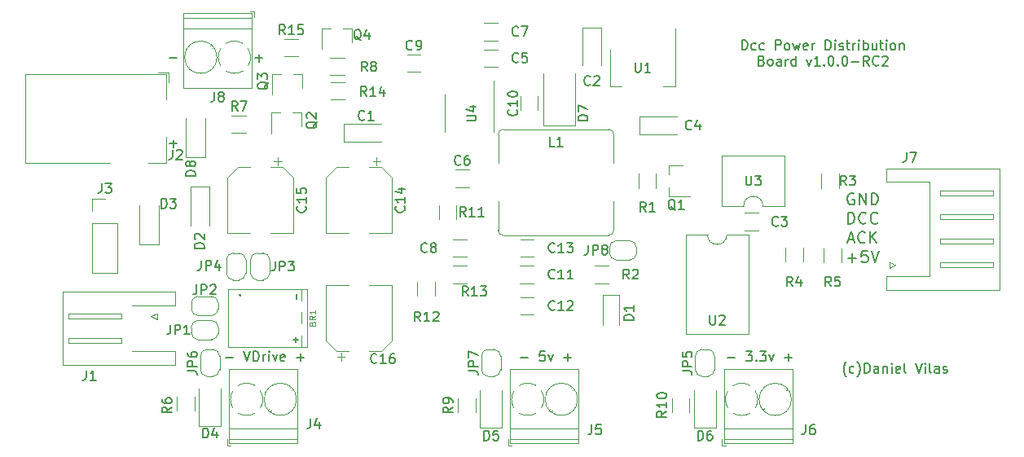
<source format=gbr>
G04 #@! TF.GenerationSoftware,KiCad,Pcbnew,5.1.9+dfsg1-1~bpo10+1*
G04 #@! TF.CreationDate,2022-01-26T13:23:11+00:00*
G04 #@! TF.ProjectId,PowerDistribution,506f7765-7244-4697-9374-726962757469,v1.0.0-RC2*
G04 #@! TF.SameCoordinates,Original*
G04 #@! TF.FileFunction,Legend,Top*
G04 #@! TF.FilePolarity,Positive*
%FSLAX46Y46*%
G04 Gerber Fmt 4.6, Leading zero omitted, Abs format (unit mm)*
G04 Created by KiCad (PCBNEW 5.1.9+dfsg1-1~bpo10+1) date 2022-01-26 13:23:11*
%MOMM*%
%LPD*%
G01*
G04 APERTURE LIST*
%ADD10C,0.150000*%
%ADD11C,0.200000*%
%ADD12C,0.120000*%
%ADD13C,0.127000*%
%ADD14C,0.015000*%
%ADD15C,0.100000*%
%ADD16R,1.840000X0.900000*%
%ADD17R,1.900000X0.900000*%
%ADD18R,1.220000X1.150000*%
%ADD19C,2.400000*%
%ADD20R,2.400000X2.400000*%
%ADD21C,4.700000*%
%ADD22O,1.950000X1.700000*%
%ADD23R,1.800000X2.500000*%
%ADD24R,1.000000X1.000000*%
%ADD25R,0.800000X0.900000*%
%ADD26R,4.100000X3.500000*%
%ADD27R,3.500000X3.500000*%
%ADD28R,1.500000X2.000000*%
%ADD29R,3.800000X2.000000*%
%ADD30O,1.700000X1.700000*%
%ADD31R,1.700000X1.700000*%
%ADD32R,2.000000X1.780000*%
%ADD33R,0.900000X0.800000*%
%ADD34O,2.000000X1.700000*%
G04 APERTURE END LIST*
D10*
X30099047Y-25471428D02*
X30860952Y-25471428D01*
X38989047Y-25471428D02*
X39750952Y-25471428D01*
X39370000Y-25852380D02*
X39370000Y-25090476D01*
D11*
X101193714Y-39580000D02*
X101079428Y-39522857D01*
X100908000Y-39522857D01*
X100736571Y-39580000D01*
X100622285Y-39694285D01*
X100565142Y-39808571D01*
X100508000Y-40037142D01*
X100508000Y-40208571D01*
X100565142Y-40437142D01*
X100622285Y-40551428D01*
X100736571Y-40665714D01*
X100908000Y-40722857D01*
X101022285Y-40722857D01*
X101193714Y-40665714D01*
X101250857Y-40608571D01*
X101250857Y-40208571D01*
X101022285Y-40208571D01*
X101765142Y-40722857D02*
X101765142Y-39522857D01*
X102450857Y-40722857D01*
X102450857Y-39522857D01*
X103022285Y-40722857D02*
X103022285Y-39522857D01*
X103308000Y-39522857D01*
X103479428Y-39580000D01*
X103593714Y-39694285D01*
X103650857Y-39808571D01*
X103708000Y-40037142D01*
X103708000Y-40208571D01*
X103650857Y-40437142D01*
X103593714Y-40551428D01*
X103479428Y-40665714D01*
X103308000Y-40722857D01*
X103022285Y-40722857D01*
X100593714Y-42722857D02*
X100593714Y-41522857D01*
X100879428Y-41522857D01*
X101050857Y-41580000D01*
X101165142Y-41694285D01*
X101222285Y-41808571D01*
X101279428Y-42037142D01*
X101279428Y-42208571D01*
X101222285Y-42437142D01*
X101165142Y-42551428D01*
X101050857Y-42665714D01*
X100879428Y-42722857D01*
X100593714Y-42722857D01*
X102479428Y-42608571D02*
X102422285Y-42665714D01*
X102250857Y-42722857D01*
X102136571Y-42722857D01*
X101965142Y-42665714D01*
X101850857Y-42551428D01*
X101793714Y-42437142D01*
X101736571Y-42208571D01*
X101736571Y-42037142D01*
X101793714Y-41808571D01*
X101850857Y-41694285D01*
X101965142Y-41580000D01*
X102136571Y-41522857D01*
X102250857Y-41522857D01*
X102422285Y-41580000D01*
X102479428Y-41637142D01*
X103679428Y-42608571D02*
X103622285Y-42665714D01*
X103450857Y-42722857D01*
X103336571Y-42722857D01*
X103165142Y-42665714D01*
X103050857Y-42551428D01*
X102993714Y-42437142D01*
X102936571Y-42208571D01*
X102936571Y-42037142D01*
X102993714Y-41808571D01*
X103050857Y-41694285D01*
X103165142Y-41580000D01*
X103336571Y-41522857D01*
X103450857Y-41522857D01*
X103622285Y-41580000D01*
X103679428Y-41637142D01*
X100622285Y-44380000D02*
X101193714Y-44380000D01*
X100508000Y-44722857D02*
X100908000Y-43522857D01*
X101308000Y-44722857D01*
X102393714Y-44608571D02*
X102336571Y-44665714D01*
X102165142Y-44722857D01*
X102050857Y-44722857D01*
X101879428Y-44665714D01*
X101765142Y-44551428D01*
X101708000Y-44437142D01*
X101650857Y-44208571D01*
X101650857Y-44037142D01*
X101708000Y-43808571D01*
X101765142Y-43694285D01*
X101879428Y-43580000D01*
X102050857Y-43522857D01*
X102165142Y-43522857D01*
X102336571Y-43580000D01*
X102393714Y-43637142D01*
X102908000Y-44722857D02*
X102908000Y-43522857D01*
X103593714Y-44722857D02*
X103079428Y-44037142D01*
X103593714Y-43522857D02*
X102908000Y-44208571D01*
X100565142Y-46265714D02*
X101479428Y-46265714D01*
X101022285Y-46722857D02*
X101022285Y-45808571D01*
X102622285Y-45522857D02*
X102050857Y-45522857D01*
X101993714Y-46094285D01*
X102050857Y-46037142D01*
X102165142Y-45980000D01*
X102450857Y-45980000D01*
X102565142Y-46037142D01*
X102622285Y-46094285D01*
X102679428Y-46208571D01*
X102679428Y-46494285D01*
X102622285Y-46608571D01*
X102565142Y-46665714D01*
X102450857Y-46722857D01*
X102165142Y-46722857D01*
X102050857Y-46665714D01*
X101993714Y-46608571D01*
X103022285Y-45522857D02*
X103422285Y-46722857D01*
X103822285Y-45522857D01*
D10*
X88106666Y-56586428D02*
X88868571Y-56586428D01*
X90011428Y-55967380D02*
X90630476Y-55967380D01*
X90297142Y-56348333D01*
X90440000Y-56348333D01*
X90535238Y-56395952D01*
X90582857Y-56443571D01*
X90630476Y-56538809D01*
X90630476Y-56776904D01*
X90582857Y-56872142D01*
X90535238Y-56919761D01*
X90440000Y-56967380D01*
X90154285Y-56967380D01*
X90059047Y-56919761D01*
X90011428Y-56872142D01*
X91059047Y-56872142D02*
X91106666Y-56919761D01*
X91059047Y-56967380D01*
X91011428Y-56919761D01*
X91059047Y-56872142D01*
X91059047Y-56967380D01*
X91440000Y-55967380D02*
X92059047Y-55967380D01*
X91725714Y-56348333D01*
X91868571Y-56348333D01*
X91963809Y-56395952D01*
X92011428Y-56443571D01*
X92059047Y-56538809D01*
X92059047Y-56776904D01*
X92011428Y-56872142D01*
X91963809Y-56919761D01*
X91868571Y-56967380D01*
X91582857Y-56967380D01*
X91487619Y-56919761D01*
X91440000Y-56872142D01*
X92392380Y-56300714D02*
X92630476Y-56967380D01*
X92868571Y-56300714D01*
X94011428Y-56586428D02*
X94773333Y-56586428D01*
X94392380Y-56967380D02*
X94392380Y-56205476D01*
X30099047Y-34361428D02*
X30860952Y-34361428D01*
X30480000Y-34742380D02*
X30480000Y-33980476D01*
X100428571Y-58583333D02*
X100380952Y-58535714D01*
X100285714Y-58392857D01*
X100238095Y-58297619D01*
X100190476Y-58154761D01*
X100142857Y-57916666D01*
X100142857Y-57726190D01*
X100190476Y-57488095D01*
X100238095Y-57345238D01*
X100285714Y-57250000D01*
X100380952Y-57107142D01*
X100428571Y-57059523D01*
X101238095Y-58154761D02*
X101142857Y-58202380D01*
X100952380Y-58202380D01*
X100857142Y-58154761D01*
X100809523Y-58107142D01*
X100761904Y-58011904D01*
X100761904Y-57726190D01*
X100809523Y-57630952D01*
X100857142Y-57583333D01*
X100952380Y-57535714D01*
X101142857Y-57535714D01*
X101238095Y-57583333D01*
X101571428Y-58583333D02*
X101619047Y-58535714D01*
X101714285Y-58392857D01*
X101761904Y-58297619D01*
X101809523Y-58154761D01*
X101857142Y-57916666D01*
X101857142Y-57726190D01*
X101809523Y-57488095D01*
X101761904Y-57345238D01*
X101714285Y-57250000D01*
X101619047Y-57107142D01*
X101571428Y-57059523D01*
X102333333Y-58202380D02*
X102333333Y-57202380D01*
X102571428Y-57202380D01*
X102714285Y-57250000D01*
X102809523Y-57345238D01*
X102857142Y-57440476D01*
X102904761Y-57630952D01*
X102904761Y-57773809D01*
X102857142Y-57964285D01*
X102809523Y-58059523D01*
X102714285Y-58154761D01*
X102571428Y-58202380D01*
X102333333Y-58202380D01*
X103761904Y-58202380D02*
X103761904Y-57678571D01*
X103714285Y-57583333D01*
X103619047Y-57535714D01*
X103428571Y-57535714D01*
X103333333Y-57583333D01*
X103761904Y-58154761D02*
X103666666Y-58202380D01*
X103428571Y-58202380D01*
X103333333Y-58154761D01*
X103285714Y-58059523D01*
X103285714Y-57964285D01*
X103333333Y-57869047D01*
X103428571Y-57821428D01*
X103666666Y-57821428D01*
X103761904Y-57773809D01*
X104238095Y-57535714D02*
X104238095Y-58202380D01*
X104238095Y-57630952D02*
X104285714Y-57583333D01*
X104380952Y-57535714D01*
X104523809Y-57535714D01*
X104619047Y-57583333D01*
X104666666Y-57678571D01*
X104666666Y-58202380D01*
X105142857Y-58202380D02*
X105142857Y-57535714D01*
X105142857Y-57202380D02*
X105095238Y-57250000D01*
X105142857Y-57297619D01*
X105190476Y-57250000D01*
X105142857Y-57202380D01*
X105142857Y-57297619D01*
X106000000Y-58154761D02*
X105904761Y-58202380D01*
X105714285Y-58202380D01*
X105619047Y-58154761D01*
X105571428Y-58059523D01*
X105571428Y-57678571D01*
X105619047Y-57583333D01*
X105714285Y-57535714D01*
X105904761Y-57535714D01*
X106000000Y-57583333D01*
X106047619Y-57678571D01*
X106047619Y-57773809D01*
X105571428Y-57869047D01*
X106619047Y-58202380D02*
X106523809Y-58154761D01*
X106476190Y-58059523D01*
X106476190Y-57202380D01*
X107619047Y-57202380D02*
X107952380Y-58202380D01*
X108285714Y-57202380D01*
X108619047Y-58202380D02*
X108619047Y-57535714D01*
X108619047Y-57202380D02*
X108571428Y-57250000D01*
X108619047Y-57297619D01*
X108666666Y-57250000D01*
X108619047Y-57202380D01*
X108619047Y-57297619D01*
X109238095Y-58202380D02*
X109142857Y-58154761D01*
X109095238Y-58059523D01*
X109095238Y-57202380D01*
X110047619Y-58202380D02*
X110047619Y-57678571D01*
X110000000Y-57583333D01*
X109904761Y-57535714D01*
X109714285Y-57535714D01*
X109619047Y-57583333D01*
X110047619Y-58154761D02*
X109952380Y-58202380D01*
X109714285Y-58202380D01*
X109619047Y-58154761D01*
X109571428Y-58059523D01*
X109571428Y-57964285D01*
X109619047Y-57869047D01*
X109714285Y-57821428D01*
X109952380Y-57821428D01*
X110047619Y-57773809D01*
X110476190Y-58154761D02*
X110571428Y-58202380D01*
X110761904Y-58202380D01*
X110857142Y-58154761D01*
X110904761Y-58059523D01*
X110904761Y-58011904D01*
X110857142Y-57916666D01*
X110761904Y-57869047D01*
X110619047Y-57869047D01*
X110523809Y-57821428D01*
X110476190Y-57726190D01*
X110476190Y-57678571D01*
X110523809Y-57583333D01*
X110619047Y-57535714D01*
X110761904Y-57535714D01*
X110857142Y-57583333D01*
X89595238Y-24627380D02*
X89595238Y-23627380D01*
X89833333Y-23627380D01*
X89976190Y-23675000D01*
X90071428Y-23770238D01*
X90119047Y-23865476D01*
X90166666Y-24055952D01*
X90166666Y-24198809D01*
X90119047Y-24389285D01*
X90071428Y-24484523D01*
X89976190Y-24579761D01*
X89833333Y-24627380D01*
X89595238Y-24627380D01*
X91023809Y-24579761D02*
X90928571Y-24627380D01*
X90738095Y-24627380D01*
X90642857Y-24579761D01*
X90595238Y-24532142D01*
X90547619Y-24436904D01*
X90547619Y-24151190D01*
X90595238Y-24055952D01*
X90642857Y-24008333D01*
X90738095Y-23960714D01*
X90928571Y-23960714D01*
X91023809Y-24008333D01*
X91880952Y-24579761D02*
X91785714Y-24627380D01*
X91595238Y-24627380D01*
X91500000Y-24579761D01*
X91452380Y-24532142D01*
X91404761Y-24436904D01*
X91404761Y-24151190D01*
X91452380Y-24055952D01*
X91500000Y-24008333D01*
X91595238Y-23960714D01*
X91785714Y-23960714D01*
X91880952Y-24008333D01*
X93071428Y-24627380D02*
X93071428Y-23627380D01*
X93452380Y-23627380D01*
X93547619Y-23675000D01*
X93595238Y-23722619D01*
X93642857Y-23817857D01*
X93642857Y-23960714D01*
X93595238Y-24055952D01*
X93547619Y-24103571D01*
X93452380Y-24151190D01*
X93071428Y-24151190D01*
X94214285Y-24627380D02*
X94119047Y-24579761D01*
X94071428Y-24532142D01*
X94023809Y-24436904D01*
X94023809Y-24151190D01*
X94071428Y-24055952D01*
X94119047Y-24008333D01*
X94214285Y-23960714D01*
X94357142Y-23960714D01*
X94452380Y-24008333D01*
X94500000Y-24055952D01*
X94547619Y-24151190D01*
X94547619Y-24436904D01*
X94500000Y-24532142D01*
X94452380Y-24579761D01*
X94357142Y-24627380D01*
X94214285Y-24627380D01*
X94880952Y-23960714D02*
X95071428Y-24627380D01*
X95261904Y-24151190D01*
X95452380Y-24627380D01*
X95642857Y-23960714D01*
X96404761Y-24579761D02*
X96309523Y-24627380D01*
X96119047Y-24627380D01*
X96023809Y-24579761D01*
X95976190Y-24484523D01*
X95976190Y-24103571D01*
X96023809Y-24008333D01*
X96119047Y-23960714D01*
X96309523Y-23960714D01*
X96404761Y-24008333D01*
X96452380Y-24103571D01*
X96452380Y-24198809D01*
X95976190Y-24294047D01*
X96880952Y-24627380D02*
X96880952Y-23960714D01*
X96880952Y-24151190D02*
X96928571Y-24055952D01*
X96976190Y-24008333D01*
X97071428Y-23960714D01*
X97166666Y-23960714D01*
X98261904Y-24627380D02*
X98261904Y-23627380D01*
X98500000Y-23627380D01*
X98642857Y-23675000D01*
X98738095Y-23770238D01*
X98785714Y-23865476D01*
X98833333Y-24055952D01*
X98833333Y-24198809D01*
X98785714Y-24389285D01*
X98738095Y-24484523D01*
X98642857Y-24579761D01*
X98500000Y-24627380D01*
X98261904Y-24627380D01*
X99261904Y-24627380D02*
X99261904Y-23960714D01*
X99261904Y-23627380D02*
X99214285Y-23675000D01*
X99261904Y-23722619D01*
X99309523Y-23675000D01*
X99261904Y-23627380D01*
X99261904Y-23722619D01*
X99690476Y-24579761D02*
X99785714Y-24627380D01*
X99976190Y-24627380D01*
X100071428Y-24579761D01*
X100119047Y-24484523D01*
X100119047Y-24436904D01*
X100071428Y-24341666D01*
X99976190Y-24294047D01*
X99833333Y-24294047D01*
X99738095Y-24246428D01*
X99690476Y-24151190D01*
X99690476Y-24103571D01*
X99738095Y-24008333D01*
X99833333Y-23960714D01*
X99976190Y-23960714D01*
X100071428Y-24008333D01*
X100404761Y-23960714D02*
X100785714Y-23960714D01*
X100547619Y-23627380D02*
X100547619Y-24484523D01*
X100595238Y-24579761D01*
X100690476Y-24627380D01*
X100785714Y-24627380D01*
X101119047Y-24627380D02*
X101119047Y-23960714D01*
X101119047Y-24151190D02*
X101166666Y-24055952D01*
X101214285Y-24008333D01*
X101309523Y-23960714D01*
X101404761Y-23960714D01*
X101738095Y-24627380D02*
X101738095Y-23960714D01*
X101738095Y-23627380D02*
X101690476Y-23675000D01*
X101738095Y-23722619D01*
X101785714Y-23675000D01*
X101738095Y-23627380D01*
X101738095Y-23722619D01*
X102214285Y-24627380D02*
X102214285Y-23627380D01*
X102214285Y-24008333D02*
X102309523Y-23960714D01*
X102500000Y-23960714D01*
X102595238Y-24008333D01*
X102642857Y-24055952D01*
X102690476Y-24151190D01*
X102690476Y-24436904D01*
X102642857Y-24532142D01*
X102595238Y-24579761D01*
X102500000Y-24627380D01*
X102309523Y-24627380D01*
X102214285Y-24579761D01*
X103547619Y-23960714D02*
X103547619Y-24627380D01*
X103119047Y-23960714D02*
X103119047Y-24484523D01*
X103166666Y-24579761D01*
X103261904Y-24627380D01*
X103404761Y-24627380D01*
X103500000Y-24579761D01*
X103547619Y-24532142D01*
X103880952Y-23960714D02*
X104261904Y-23960714D01*
X104023809Y-23627380D02*
X104023809Y-24484523D01*
X104071428Y-24579761D01*
X104166666Y-24627380D01*
X104261904Y-24627380D01*
X104595238Y-24627380D02*
X104595238Y-23960714D01*
X104595238Y-23627380D02*
X104547619Y-23675000D01*
X104595238Y-23722619D01*
X104642857Y-23675000D01*
X104595238Y-23627380D01*
X104595238Y-23722619D01*
X105214285Y-24627380D02*
X105119047Y-24579761D01*
X105071428Y-24532142D01*
X105023809Y-24436904D01*
X105023809Y-24151190D01*
X105071428Y-24055952D01*
X105119047Y-24008333D01*
X105214285Y-23960714D01*
X105357142Y-23960714D01*
X105452380Y-24008333D01*
X105500000Y-24055952D01*
X105547619Y-24151190D01*
X105547619Y-24436904D01*
X105500000Y-24532142D01*
X105452380Y-24579761D01*
X105357142Y-24627380D01*
X105214285Y-24627380D01*
X105976190Y-23960714D02*
X105976190Y-24627380D01*
X105976190Y-24055952D02*
X106023809Y-24008333D01*
X106119047Y-23960714D01*
X106261904Y-23960714D01*
X106357142Y-24008333D01*
X106404761Y-24103571D01*
X106404761Y-24627380D01*
X91642857Y-25753571D02*
X91785714Y-25801190D01*
X91833333Y-25848809D01*
X91880952Y-25944047D01*
X91880952Y-26086904D01*
X91833333Y-26182142D01*
X91785714Y-26229761D01*
X91690476Y-26277380D01*
X91309523Y-26277380D01*
X91309523Y-25277380D01*
X91642857Y-25277380D01*
X91738095Y-25325000D01*
X91785714Y-25372619D01*
X91833333Y-25467857D01*
X91833333Y-25563095D01*
X91785714Y-25658333D01*
X91738095Y-25705952D01*
X91642857Y-25753571D01*
X91309523Y-25753571D01*
X92452380Y-26277380D02*
X92357142Y-26229761D01*
X92309523Y-26182142D01*
X92261904Y-26086904D01*
X92261904Y-25801190D01*
X92309523Y-25705952D01*
X92357142Y-25658333D01*
X92452380Y-25610714D01*
X92595238Y-25610714D01*
X92690476Y-25658333D01*
X92738095Y-25705952D01*
X92785714Y-25801190D01*
X92785714Y-26086904D01*
X92738095Y-26182142D01*
X92690476Y-26229761D01*
X92595238Y-26277380D01*
X92452380Y-26277380D01*
X93642857Y-26277380D02*
X93642857Y-25753571D01*
X93595238Y-25658333D01*
X93500000Y-25610714D01*
X93309523Y-25610714D01*
X93214285Y-25658333D01*
X93642857Y-26229761D02*
X93547619Y-26277380D01*
X93309523Y-26277380D01*
X93214285Y-26229761D01*
X93166666Y-26134523D01*
X93166666Y-26039285D01*
X93214285Y-25944047D01*
X93309523Y-25896428D01*
X93547619Y-25896428D01*
X93642857Y-25848809D01*
X94119047Y-26277380D02*
X94119047Y-25610714D01*
X94119047Y-25801190D02*
X94166666Y-25705952D01*
X94214285Y-25658333D01*
X94309523Y-25610714D01*
X94404761Y-25610714D01*
X95166666Y-26277380D02*
X95166666Y-25277380D01*
X95166666Y-26229761D02*
X95071428Y-26277380D01*
X94880952Y-26277380D01*
X94785714Y-26229761D01*
X94738095Y-26182142D01*
X94690476Y-26086904D01*
X94690476Y-25801190D01*
X94738095Y-25705952D01*
X94785714Y-25658333D01*
X94880952Y-25610714D01*
X95071428Y-25610714D01*
X95166666Y-25658333D01*
X96309523Y-25610714D02*
X96547619Y-26277380D01*
X96785714Y-25610714D01*
X97690476Y-26277380D02*
X97119047Y-26277380D01*
X97404761Y-26277380D02*
X97404761Y-25277380D01*
X97309523Y-25420238D01*
X97214285Y-25515476D01*
X97119047Y-25563095D01*
X98119047Y-26182142D02*
X98166666Y-26229761D01*
X98119047Y-26277380D01*
X98071428Y-26229761D01*
X98119047Y-26182142D01*
X98119047Y-26277380D01*
X98785714Y-25277380D02*
X98880952Y-25277380D01*
X98976190Y-25325000D01*
X99023809Y-25372619D01*
X99071428Y-25467857D01*
X99119047Y-25658333D01*
X99119047Y-25896428D01*
X99071428Y-26086904D01*
X99023809Y-26182142D01*
X98976190Y-26229761D01*
X98880952Y-26277380D01*
X98785714Y-26277380D01*
X98690476Y-26229761D01*
X98642857Y-26182142D01*
X98595238Y-26086904D01*
X98547619Y-25896428D01*
X98547619Y-25658333D01*
X98595238Y-25467857D01*
X98642857Y-25372619D01*
X98690476Y-25325000D01*
X98785714Y-25277380D01*
X99547619Y-26182142D02*
X99595238Y-26229761D01*
X99547619Y-26277380D01*
X99500000Y-26229761D01*
X99547619Y-26182142D01*
X99547619Y-26277380D01*
X100214285Y-25277380D02*
X100309523Y-25277380D01*
X100404761Y-25325000D01*
X100452380Y-25372619D01*
X100500000Y-25467857D01*
X100547619Y-25658333D01*
X100547619Y-25896428D01*
X100500000Y-26086904D01*
X100452380Y-26182142D01*
X100404761Y-26229761D01*
X100309523Y-26277380D01*
X100214285Y-26277380D01*
X100119047Y-26229761D01*
X100071428Y-26182142D01*
X100023809Y-26086904D01*
X99976190Y-25896428D01*
X99976190Y-25658333D01*
X100023809Y-25467857D01*
X100071428Y-25372619D01*
X100119047Y-25325000D01*
X100214285Y-25277380D01*
X100976190Y-25896428D02*
X101738095Y-25896428D01*
X102785714Y-26277380D02*
X102452380Y-25801190D01*
X102214285Y-26277380D02*
X102214285Y-25277380D01*
X102595238Y-25277380D01*
X102690476Y-25325000D01*
X102738095Y-25372619D01*
X102785714Y-25467857D01*
X102785714Y-25610714D01*
X102738095Y-25705952D01*
X102690476Y-25753571D01*
X102595238Y-25801190D01*
X102214285Y-25801190D01*
X103785714Y-26182142D02*
X103738095Y-26229761D01*
X103595238Y-26277380D01*
X103500000Y-26277380D01*
X103357142Y-26229761D01*
X103261904Y-26134523D01*
X103214285Y-26039285D01*
X103166666Y-25848809D01*
X103166666Y-25705952D01*
X103214285Y-25515476D01*
X103261904Y-25420238D01*
X103357142Y-25325000D01*
X103500000Y-25277380D01*
X103595238Y-25277380D01*
X103738095Y-25325000D01*
X103785714Y-25372619D01*
X104166666Y-25372619D02*
X104214285Y-25325000D01*
X104309523Y-25277380D01*
X104547619Y-25277380D01*
X104642857Y-25325000D01*
X104690476Y-25372619D01*
X104738095Y-25467857D01*
X104738095Y-25563095D01*
X104690476Y-25705952D01*
X104119047Y-26277380D01*
X104738095Y-26277380D01*
X66595952Y-56586428D02*
X67357857Y-56586428D01*
X69072142Y-55967380D02*
X68595952Y-55967380D01*
X68548333Y-56443571D01*
X68595952Y-56395952D01*
X68691190Y-56348333D01*
X68929285Y-56348333D01*
X69024523Y-56395952D01*
X69072142Y-56443571D01*
X69119761Y-56538809D01*
X69119761Y-56776904D01*
X69072142Y-56872142D01*
X69024523Y-56919761D01*
X68929285Y-56967380D01*
X68691190Y-56967380D01*
X68595952Y-56919761D01*
X68548333Y-56872142D01*
X69453095Y-56300714D02*
X69691190Y-56967380D01*
X69929285Y-56300714D01*
X71072142Y-56586428D02*
X71834047Y-56586428D01*
X71453095Y-56967380D02*
X71453095Y-56205476D01*
X35957380Y-56586428D02*
X36719285Y-56586428D01*
X37814523Y-55967380D02*
X38147857Y-56967380D01*
X38481190Y-55967380D01*
X38814523Y-56967380D02*
X38814523Y-55967380D01*
X39052619Y-55967380D01*
X39195476Y-56015000D01*
X39290714Y-56110238D01*
X39338333Y-56205476D01*
X39385952Y-56395952D01*
X39385952Y-56538809D01*
X39338333Y-56729285D01*
X39290714Y-56824523D01*
X39195476Y-56919761D01*
X39052619Y-56967380D01*
X38814523Y-56967380D01*
X39814523Y-56967380D02*
X39814523Y-56300714D01*
X39814523Y-56491190D02*
X39862142Y-56395952D01*
X39909761Y-56348333D01*
X40005000Y-56300714D01*
X40100238Y-56300714D01*
X40433571Y-56967380D02*
X40433571Y-56300714D01*
X40433571Y-55967380D02*
X40385952Y-56015000D01*
X40433571Y-56062619D01*
X40481190Y-56015000D01*
X40433571Y-55967380D01*
X40433571Y-56062619D01*
X40814523Y-56300714D02*
X41052619Y-56967380D01*
X41290714Y-56300714D01*
X42052619Y-56919761D02*
X41957380Y-56967380D01*
X41766904Y-56967380D01*
X41671666Y-56919761D01*
X41624047Y-56824523D01*
X41624047Y-56443571D01*
X41671666Y-56348333D01*
X41766904Y-56300714D01*
X41957380Y-56300714D01*
X42052619Y-56348333D01*
X42100238Y-56443571D01*
X42100238Y-56538809D01*
X41624047Y-56634047D01*
X43290714Y-56586428D02*
X44052619Y-56586428D01*
X43671666Y-56967380D02*
X43671666Y-56205476D01*
D12*
X48190000Y-34185000D02*
X52100000Y-34185000D01*
X48190000Y-32315000D02*
X48190000Y-34185000D01*
X52100000Y-32315000D02*
X48190000Y-32315000D01*
X53160000Y-49090000D02*
X50810000Y-49090000D01*
X46340000Y-49090000D02*
X48690000Y-49090000D01*
X46340000Y-54845563D02*
X46340000Y-49090000D01*
X53160000Y-54845563D02*
X53160000Y-49090000D01*
X52095563Y-55910000D02*
X50810000Y-55910000D01*
X47404437Y-55910000D02*
X48690000Y-55910000D01*
X47404437Y-55910000D02*
X46340000Y-54845563D01*
X52095563Y-55910000D02*
X53160000Y-54845563D01*
X47902500Y-56937500D02*
X47902500Y-56150000D01*
X47508750Y-56543750D02*
X48296250Y-56543750D01*
X36090000Y-43660000D02*
X38440000Y-43660000D01*
X42910000Y-43660000D02*
X40560000Y-43660000D01*
X42910000Y-37904437D02*
X42910000Y-43660000D01*
X36090000Y-37904437D02*
X36090000Y-43660000D01*
X37154437Y-36840000D02*
X38440000Y-36840000D01*
X41845563Y-36840000D02*
X40560000Y-36840000D01*
X41845563Y-36840000D02*
X42910000Y-37904437D01*
X37154437Y-36840000D02*
X36090000Y-37904437D01*
X41347500Y-35812500D02*
X41347500Y-36600000D01*
X41741250Y-36206250D02*
X40953750Y-36206250D01*
X46340000Y-43660000D02*
X48690000Y-43660000D01*
X53160000Y-43660000D02*
X50810000Y-43660000D01*
X53160000Y-37904437D02*
X53160000Y-43660000D01*
X46340000Y-37904437D02*
X46340000Y-43660000D01*
X47404437Y-36840000D02*
X48690000Y-36840000D01*
X52095563Y-36840000D02*
X50810000Y-36840000D01*
X52095563Y-36840000D02*
X53160000Y-37904437D01*
X47404437Y-36840000D02*
X46340000Y-37904437D01*
X51597500Y-35812500D02*
X51597500Y-36600000D01*
X51991250Y-36206250D02*
X51203750Y-36206250D01*
X36000000Y-47850000D02*
X36000000Y-46450000D01*
X36700000Y-45750000D02*
X37300000Y-45750000D01*
X38000000Y-46450000D02*
X38000000Y-47850000D01*
X37300000Y-48550000D02*
X36700000Y-48550000D01*
X36700000Y-48550000D02*
G75*
G02*
X36000000Y-47850000I0J700000D01*
G01*
X38000000Y-47850000D02*
G75*
G02*
X37300000Y-48550000I-700000J0D01*
G01*
X37300000Y-45750000D02*
G75*
G02*
X38000000Y-46450000I0J-700000D01*
G01*
X36000000Y-46450000D02*
G75*
G02*
X36700000Y-45750000I700000J0D01*
G01*
D13*
X43250000Y-50000000D02*
X43250000Y-50500000D01*
X43232000Y-54520000D02*
X43232000Y-55020000D01*
X43482000Y-54770000D02*
X42982000Y-54770000D01*
D12*
X44350000Y-49500000D02*
X44350000Y-55500000D01*
X36150000Y-49500000D02*
X44350000Y-49500000D01*
X36150000Y-55500000D02*
X36150000Y-49500000D01*
X44350000Y-55500000D02*
X36150000Y-55500000D01*
X43750000Y-51900000D02*
X43750000Y-53100000D01*
X43750000Y-54300000D02*
X43750000Y-55500000D01*
X43750000Y-49500000D02*
X43750000Y-50700000D01*
X37999564Y-33295000D02*
X36545436Y-33295000D01*
X37999564Y-31475000D02*
X36545436Y-31475000D01*
X31800000Y-35775000D02*
X33800000Y-35775000D01*
X33800000Y-35775000D02*
X33800000Y-31725000D01*
X31800000Y-35775000D02*
X31800000Y-31725000D01*
X38880000Y-20600000D02*
X38480000Y-20600000D01*
X38880000Y-21240000D02*
X38880000Y-20600000D01*
X34475000Y-24459000D02*
X34604000Y-24331000D01*
X32260000Y-26675000D02*
X32354000Y-26581000D01*
X34305000Y-24219000D02*
X34399000Y-24126000D01*
X32055000Y-26469000D02*
X32184000Y-26341000D01*
X31520000Y-28560000D02*
X31520000Y-20840000D01*
X38640000Y-28560000D02*
X38640000Y-20840000D01*
X38640000Y-20840000D02*
X31520000Y-20840000D01*
X38640000Y-28560000D02*
X31520000Y-28560000D01*
X38640000Y-22400000D02*
X31520000Y-22400000D01*
X38640000Y-21300000D02*
X31520000Y-21300000D01*
X35010000Y-25400000D02*
G75*
G03*
X35010000Y-25400000I-1680000J0D01*
G01*
X36801326Y-23719901D02*
G75*
G02*
X37696000Y-23960000I28674J-1680099D01*
G01*
X38255358Y-24510106D02*
G75*
G02*
X38270000Y-26266000I-1425358J-889894D01*
G01*
X37719894Y-26825358D02*
G75*
G02*
X35964000Y-26840000I-889894J1425358D01*
G01*
X35404495Y-26290193D02*
G75*
G02*
X35405000Y-24509000I1425505J890193D01*
G01*
X35939736Y-23975279D02*
G75*
G02*
X36830000Y-23720000I890264J-1424721D01*
G01*
X33155000Y-59865000D02*
X33155000Y-63750000D01*
X33155000Y-63750000D02*
X35425000Y-63750000D01*
X35425000Y-63750000D02*
X35425000Y-59865000D01*
X36050000Y-65760000D02*
X36450000Y-65760000D01*
X36050000Y-65120000D02*
X36050000Y-65760000D01*
X40455000Y-61901000D02*
X40326000Y-62029000D01*
X42670000Y-59685000D02*
X42576000Y-59779000D01*
X40625000Y-62141000D02*
X40531000Y-62234000D01*
X42875000Y-59891000D02*
X42746000Y-60019000D01*
X43410000Y-57800000D02*
X43410000Y-65520000D01*
X36290000Y-57800000D02*
X36290000Y-65520000D01*
X36290000Y-65520000D02*
X43410000Y-65520000D01*
X36290000Y-57800000D02*
X43410000Y-57800000D01*
X36290000Y-63960000D02*
X43410000Y-63960000D01*
X36290000Y-65060000D02*
X43410000Y-65060000D01*
X43280000Y-60960000D02*
G75*
G03*
X43280000Y-60960000I-1680000J0D01*
G01*
X38128674Y-62640099D02*
G75*
G02*
X37234000Y-62400000I-28674J1680099D01*
G01*
X36674642Y-61849894D02*
G75*
G02*
X36660000Y-60094000I1425358J889894D01*
G01*
X37210106Y-59534642D02*
G75*
G02*
X38966000Y-59520000I889894J-1425358D01*
G01*
X39525505Y-60069807D02*
G75*
G02*
X39525000Y-61851000I-1425505J-890193D01*
G01*
X38990264Y-62384721D02*
G75*
G02*
X38100000Y-62640000I-890264J1424721D01*
G01*
X87485000Y-65760000D02*
X87885000Y-65760000D01*
X87485000Y-65120000D02*
X87485000Y-65760000D01*
X91890000Y-61901000D02*
X91761000Y-62029000D01*
X94105000Y-59685000D02*
X94011000Y-59779000D01*
X92060000Y-62141000D02*
X91966000Y-62234000D01*
X94310000Y-59891000D02*
X94181000Y-60019000D01*
X94845000Y-57800000D02*
X94845000Y-65520000D01*
X87725000Y-57800000D02*
X87725000Y-65520000D01*
X87725000Y-65520000D02*
X94845000Y-65520000D01*
X87725000Y-57800000D02*
X94845000Y-57800000D01*
X87725000Y-63960000D02*
X94845000Y-63960000D01*
X87725000Y-65060000D02*
X94845000Y-65060000D01*
X94715000Y-60960000D02*
G75*
G03*
X94715000Y-60960000I-1680000J0D01*
G01*
X89563674Y-62640099D02*
G75*
G02*
X88669000Y-62400000I-28674J1680099D01*
G01*
X88109642Y-61849894D02*
G75*
G02*
X88095000Y-60094000I1425358J889894D01*
G01*
X88645106Y-59534642D02*
G75*
G02*
X90401000Y-59520000I889894J-1425358D01*
G01*
X90960505Y-60069807D02*
G75*
G02*
X90960000Y-61851000I-1425505J-890193D01*
G01*
X90425264Y-62384721D02*
G75*
G02*
X89535000Y-62640000I-890264J1424721D01*
G01*
X65260000Y-65760000D02*
X65660000Y-65760000D01*
X65260000Y-65120000D02*
X65260000Y-65760000D01*
X69665000Y-61901000D02*
X69536000Y-62029000D01*
X71880000Y-59685000D02*
X71786000Y-59779000D01*
X69835000Y-62141000D02*
X69741000Y-62234000D01*
X72085000Y-59891000D02*
X71956000Y-60019000D01*
X72620000Y-57800000D02*
X72620000Y-65520000D01*
X65500000Y-57800000D02*
X65500000Y-65520000D01*
X65500000Y-65520000D02*
X72620000Y-65520000D01*
X65500000Y-57800000D02*
X72620000Y-57800000D01*
X65500000Y-63960000D02*
X72620000Y-63960000D01*
X65500000Y-65060000D02*
X72620000Y-65060000D01*
X72490000Y-60960000D02*
G75*
G03*
X72490000Y-60960000I-1680000J0D01*
G01*
X67338674Y-62640099D02*
G75*
G02*
X66444000Y-62400000I-28674J1680099D01*
G01*
X65884642Y-61849894D02*
G75*
G02*
X65870000Y-60094000I1425358J889894D01*
G01*
X66420106Y-59534642D02*
G75*
G02*
X68176000Y-59520000I889894J-1425358D01*
G01*
X68735505Y-60069807D02*
G75*
G02*
X68735000Y-61851000I-1425505J-890193D01*
G01*
X68200264Y-62384721D02*
G75*
G02*
X67310000Y-62640000I-890264J1424721D01*
G01*
X26940000Y-44818000D02*
X28940000Y-44818000D01*
X28940000Y-44818000D02*
X28940000Y-40768000D01*
X26940000Y-44818000D02*
X26940000Y-40768000D01*
X75816000Y-45766000D02*
X75816000Y-45166000D01*
X77916000Y-46466000D02*
X76516000Y-46466000D01*
X78616000Y-45166000D02*
X78616000Y-45766000D01*
X76516000Y-44466000D02*
X77916000Y-44466000D01*
X75816000Y-45166000D02*
G75*
G02*
X76516000Y-44466000I700000J0D01*
G01*
X76516000Y-46466000D02*
G75*
G02*
X75816000Y-45766000I0J700000D01*
G01*
X78616000Y-45766000D02*
G75*
G02*
X77916000Y-46466000I-700000J0D01*
G01*
X77916000Y-44466000D02*
G75*
G02*
X78616000Y-45166000I0J-700000D01*
G01*
X116310000Y-43250000D02*
X116310000Y-49560000D01*
X116310000Y-49560000D02*
X104590000Y-49560000D01*
X104590000Y-49560000D02*
X104590000Y-48140000D01*
X104590000Y-48140000D02*
X109090000Y-48140000D01*
X109090000Y-48140000D02*
X109090000Y-43250000D01*
X116310000Y-43250000D02*
X116310000Y-36940000D01*
X116310000Y-36940000D02*
X104590000Y-36940000D01*
X104590000Y-36940000D02*
X104590000Y-38360000D01*
X104590000Y-38360000D02*
X109090000Y-38360000D01*
X109090000Y-38360000D02*
X109090000Y-43250000D01*
X110200000Y-47250000D02*
X115700000Y-47250000D01*
X115700000Y-47250000D02*
X115700000Y-46750000D01*
X115700000Y-46750000D02*
X110200000Y-46750000D01*
X110200000Y-46750000D02*
X110200000Y-47250000D01*
X110200000Y-44750000D02*
X115700000Y-44750000D01*
X115700000Y-44750000D02*
X115700000Y-44250000D01*
X115700000Y-44250000D02*
X110200000Y-44250000D01*
X110200000Y-44250000D02*
X110200000Y-44750000D01*
X110200000Y-42250000D02*
X115700000Y-42250000D01*
X115700000Y-42250000D02*
X115700000Y-41750000D01*
X115700000Y-41750000D02*
X110200000Y-41750000D01*
X110200000Y-41750000D02*
X110200000Y-42250000D01*
X110200000Y-39750000D02*
X115700000Y-39750000D01*
X115700000Y-39750000D02*
X115700000Y-39250000D01*
X115700000Y-39250000D02*
X110200000Y-39250000D01*
X110200000Y-39250000D02*
X110200000Y-39750000D01*
X105500000Y-47000000D02*
X104900000Y-47300000D01*
X104900000Y-47300000D02*
X104900000Y-46700000D01*
X104900000Y-46700000D02*
X105500000Y-47000000D01*
X68962000Y-32451500D02*
X72262000Y-32451500D01*
X72262000Y-32451500D02*
X72262000Y-27051500D01*
X68962000Y-32451500D02*
X68962000Y-27051500D01*
X76850000Y-50100000D02*
X75150000Y-50100000D01*
X75150000Y-50100000D02*
X75150000Y-53250000D01*
X76850000Y-50100000D02*
X76850000Y-53250000D01*
X42010436Y-23490000D02*
X43464564Y-23490000D01*
X42010436Y-25310000D02*
X43464564Y-25310000D01*
X48264564Y-29810000D02*
X46810436Y-29810000D01*
X48264564Y-27990000D02*
X46810436Y-27990000D01*
X43880000Y-27140000D02*
X42950000Y-27140000D01*
X40720000Y-27140000D02*
X41650000Y-27140000D01*
X40720000Y-27140000D02*
X40720000Y-29300000D01*
X43880000Y-27140000D02*
X43880000Y-28600000D01*
X64250000Y-36400000D02*
X64250000Y-33400000D01*
X76250000Y-33400000D02*
X76250000Y-36400000D01*
X64250000Y-43400000D02*
X64250000Y-40400000D01*
X75750000Y-43900000D02*
X64750000Y-43900000D01*
X76250000Y-40350000D02*
X76250000Y-43400000D01*
X64750000Y-32900000D02*
X75750000Y-32900000D01*
X76250000Y-43400000D02*
G75*
G02*
X75750000Y-43900000I-500000J0D01*
G01*
X64750000Y-43900000D02*
G75*
G02*
X64250000Y-43400000I0J500000D01*
G01*
X75750000Y-32900000D02*
G75*
G02*
X76250000Y-33400000I0J-500000D01*
G01*
X64250000Y-33400000D02*
G75*
G02*
X64750000Y-32900000I500000J0D01*
G01*
X59910000Y-40810436D02*
X59910000Y-42264564D01*
X58090000Y-40810436D02*
X58090000Y-42264564D01*
X59560436Y-48910000D02*
X61014564Y-48910000D01*
X59560436Y-47090000D02*
X61014564Y-47090000D01*
X57660000Y-50189564D02*
X57660000Y-48735436D01*
X55840000Y-50189564D02*
X55840000Y-48735436D01*
X67936252Y-47090000D02*
X66513748Y-47090000D01*
X67936252Y-48910000D02*
X66513748Y-48910000D01*
X58690000Y-31250000D02*
X58690000Y-33200000D01*
X58690000Y-31250000D02*
X58690000Y-29300000D01*
X63810000Y-31250000D02*
X63810000Y-33200000D01*
X63810000Y-31250000D02*
X63810000Y-27800000D01*
X34250000Y-38850000D02*
X32250000Y-38850000D01*
X32250000Y-38850000D02*
X32250000Y-42900000D01*
X34250000Y-38850000D02*
X34250000Y-42900000D01*
X67961252Y-46160000D02*
X66538748Y-46160000D01*
X67961252Y-44340000D02*
X66538748Y-44340000D01*
X56186252Y-26910000D02*
X54763748Y-26910000D01*
X56186252Y-25090000D02*
X54763748Y-25090000D01*
X59563748Y-44340000D02*
X60986252Y-44340000D01*
X59563748Y-46160000D02*
X60986252Y-46160000D01*
X62788748Y-21840000D02*
X64211252Y-21840000D01*
X62788748Y-23660000D02*
X64211252Y-23660000D01*
X59788748Y-37090000D02*
X61211252Y-37090000D01*
X59788748Y-38910000D02*
X61211252Y-38910000D01*
X99910000Y-46727064D02*
X99910000Y-45272936D01*
X98090000Y-46727064D02*
X98090000Y-45272936D01*
X95910000Y-46639564D02*
X95910000Y-45185436D01*
X94090000Y-46639564D02*
X94090000Y-45185436D01*
X97840000Y-37522936D02*
X97840000Y-38977064D01*
X99660000Y-37522936D02*
X99660000Y-38977064D01*
X75727064Y-47090000D02*
X74272936Y-47090000D01*
X75727064Y-48910000D02*
X74272936Y-48910000D01*
X91261252Y-41590000D02*
X89838748Y-41590000D01*
X91261252Y-43410000D02*
X89838748Y-43410000D01*
X82275000Y-62322064D02*
X82275000Y-60867936D01*
X84095000Y-62322064D02*
X84095000Y-60867936D01*
X67961252Y-50340000D02*
X66538748Y-50340000D01*
X67961252Y-52160000D02*
X66538748Y-52160000D01*
X66540000Y-29463748D02*
X66540000Y-30886252D01*
X68360000Y-29463748D02*
X68360000Y-30886252D01*
X62788748Y-26410000D02*
X64211252Y-26410000D01*
X62788748Y-24590000D02*
X64211252Y-24590000D01*
X29960000Y-28000000D02*
X29960000Y-26950000D01*
X28910000Y-26950000D02*
X29960000Y-26950000D01*
X23860000Y-36350000D02*
X15060000Y-36350000D01*
X15060000Y-36350000D02*
X15060000Y-27150000D01*
X29760000Y-33650000D02*
X29760000Y-36350000D01*
X29760000Y-36350000D02*
X27860000Y-36350000D01*
X15060000Y-27150000D02*
X29760000Y-27150000D01*
X29760000Y-27150000D02*
X29760000Y-29750000D01*
X60050000Y-62322064D02*
X60050000Y-60867936D01*
X61870000Y-62322064D02*
X61870000Y-60867936D01*
X30840000Y-62129564D02*
X30840000Y-60675436D01*
X32660000Y-62129564D02*
X32660000Y-60675436D01*
X63800000Y-58565000D02*
X63200000Y-58565000D01*
X64500000Y-56465000D02*
X64500000Y-57865000D01*
X63200000Y-55765000D02*
X63800000Y-55765000D01*
X62500000Y-57865000D02*
X62500000Y-56465000D01*
X63200000Y-58565000D02*
G75*
G02*
X62500000Y-57865000I0J700000D01*
G01*
X64500000Y-57865000D02*
G75*
G02*
X63800000Y-58565000I-700000J0D01*
G01*
X63800000Y-55765000D02*
G75*
G02*
X64500000Y-56465000I0J-700000D01*
G01*
X62500000Y-56465000D02*
G75*
G02*
X63200000Y-55765000I700000J0D01*
G01*
X34590000Y-58565000D02*
X33990000Y-58565000D01*
X35290000Y-56465000D02*
X35290000Y-57865000D01*
X33990000Y-55765000D02*
X34590000Y-55765000D01*
X33290000Y-57865000D02*
X33290000Y-56465000D01*
X33990000Y-58565000D02*
G75*
G02*
X33290000Y-57865000I0J700000D01*
G01*
X35290000Y-57865000D02*
G75*
G02*
X34590000Y-58565000I-700000J0D01*
G01*
X34590000Y-55765000D02*
G75*
G02*
X35290000Y-56465000I0J-700000D01*
G01*
X33290000Y-56465000D02*
G75*
G02*
X33990000Y-55765000I700000J0D01*
G01*
X86025000Y-58565000D02*
X85425000Y-58565000D01*
X86725000Y-56465000D02*
X86725000Y-57865000D01*
X85425000Y-55765000D02*
X86025000Y-55765000D01*
X84725000Y-57865000D02*
X84725000Y-56465000D01*
X85425000Y-58565000D02*
G75*
G02*
X84725000Y-57865000I0J700000D01*
G01*
X86725000Y-57865000D02*
G75*
G02*
X86025000Y-58565000I-700000J0D01*
G01*
X86025000Y-55765000D02*
G75*
G02*
X86725000Y-56465000I0J-700000D01*
G01*
X84725000Y-56465000D02*
G75*
G02*
X85425000Y-55765000I700000J0D01*
G01*
X84590000Y-59995000D02*
X84590000Y-63880000D01*
X84590000Y-63880000D02*
X86860000Y-63880000D01*
X86860000Y-63880000D02*
X86860000Y-59995000D01*
X62365000Y-59995000D02*
X62365000Y-63880000D01*
X62365000Y-63880000D02*
X64635000Y-63880000D01*
X64635000Y-63880000D02*
X64635000Y-59995000D01*
X75840000Y-28410000D02*
X77100000Y-28410000D01*
X82660000Y-28410000D02*
X81400000Y-28410000D01*
X75840000Y-24650000D02*
X75840000Y-28410000D01*
X82660000Y-22400000D02*
X82660000Y-28410000D01*
X48249564Y-27260000D02*
X46795436Y-27260000D01*
X48249564Y-25440000D02*
X46795436Y-25440000D01*
X49080000Y-22390000D02*
X48150000Y-22390000D01*
X45920000Y-22390000D02*
X46850000Y-22390000D01*
X45920000Y-22390000D02*
X45920000Y-24550000D01*
X49080000Y-22390000D02*
X49080000Y-23850000D01*
X43830000Y-31140000D02*
X42900000Y-31140000D01*
X40670000Y-31140000D02*
X41600000Y-31140000D01*
X40670000Y-31140000D02*
X40670000Y-33300000D01*
X43830000Y-31140000D02*
X43830000Y-32600000D01*
X22038000Y-47812000D02*
X24698000Y-47812000D01*
X22038000Y-42672000D02*
X22038000Y-47812000D01*
X24698000Y-42672000D02*
X24698000Y-47812000D01*
X22038000Y-42672000D02*
X24698000Y-42672000D01*
X22038000Y-41402000D02*
X22038000Y-40072000D01*
X22038000Y-40072000D02*
X23368000Y-40072000D01*
X82850000Y-31565000D02*
X78940000Y-31565000D01*
X78940000Y-31565000D02*
X78940000Y-33435000D01*
X78940000Y-33435000D02*
X82850000Y-33435000D01*
X74912500Y-26238000D02*
X74912500Y-22328000D01*
X74912500Y-22328000D02*
X73042500Y-22328000D01*
X73042500Y-22328000D02*
X73042500Y-26238000D01*
X87515000Y-40850000D02*
X89750000Y-40850000D01*
X87515000Y-35650000D02*
X87515000Y-40850000D01*
X93985000Y-35650000D02*
X87515000Y-35650000D01*
X93985000Y-40850000D02*
X93985000Y-35650000D01*
X91750000Y-40850000D02*
X93985000Y-40850000D01*
X89750000Y-40850000D02*
G75*
G02*
X91750000Y-40850000I1000000J0D01*
G01*
X90235000Y-43860000D02*
X88000000Y-43860000D01*
X90235000Y-54140000D02*
X90235000Y-43860000D01*
X83765000Y-54140000D02*
X90235000Y-54140000D01*
X83765000Y-43860000D02*
X83765000Y-54140000D01*
X86000000Y-43860000D02*
X83765000Y-43860000D01*
X88000000Y-43860000D02*
G75*
G02*
X86000000Y-43860000I-1000000J0D01*
G01*
X78840000Y-37522936D02*
X78840000Y-38977064D01*
X80660000Y-37522936D02*
X80660000Y-38977064D01*
X81990000Y-36670000D02*
X83450000Y-36670000D01*
X81990000Y-39830000D02*
X84150000Y-39830000D01*
X81990000Y-39830000D02*
X81990000Y-38900000D01*
X81990000Y-36670000D02*
X81990000Y-37600000D01*
X38500000Y-47850000D02*
X38500000Y-46450000D01*
X39200000Y-45750000D02*
X39800000Y-45750000D01*
X40500000Y-46450000D02*
X40500000Y-47850000D01*
X39800000Y-48550000D02*
X39200000Y-48550000D01*
X39200000Y-48550000D02*
G75*
G02*
X38500000Y-47850000I0J700000D01*
G01*
X40500000Y-47850000D02*
G75*
G02*
X39800000Y-48550000I-700000J0D01*
G01*
X39800000Y-45750000D02*
G75*
G02*
X40500000Y-46450000I0J-700000D01*
G01*
X38500000Y-46450000D02*
G75*
G02*
X39200000Y-45750000I700000J0D01*
G01*
X34450000Y-52250000D02*
X33050000Y-52250000D01*
X32350000Y-51550000D02*
X32350000Y-50950000D01*
X33050000Y-50250000D02*
X34450000Y-50250000D01*
X35150000Y-50950000D02*
X35150000Y-51550000D01*
X35150000Y-51550000D02*
G75*
G02*
X34450000Y-52250000I-700000J0D01*
G01*
X34450000Y-50250000D02*
G75*
G02*
X35150000Y-50950000I0J-700000D01*
G01*
X32350000Y-50950000D02*
G75*
G02*
X33050000Y-50250000I700000J0D01*
G01*
X33050000Y-52250000D02*
G75*
G02*
X32350000Y-51550000I0J700000D01*
G01*
X34450000Y-54750000D02*
X33050000Y-54750000D01*
X32350000Y-54050000D02*
X32350000Y-53450000D01*
X33050000Y-52750000D02*
X34450000Y-52750000D01*
X35150000Y-53450000D02*
X35150000Y-54050000D01*
X35150000Y-54050000D02*
G75*
G02*
X34450000Y-54750000I-700000J0D01*
G01*
X34450000Y-52750000D02*
G75*
G02*
X35150000Y-53450000I0J-700000D01*
G01*
X32350000Y-53450000D02*
G75*
G02*
X33050000Y-52750000I700000J0D01*
G01*
X33050000Y-54750000D02*
G75*
G02*
X32350000Y-54050000I0J700000D01*
G01*
X28770000Y-52624000D02*
X28170000Y-52324000D01*
X28770000Y-52024000D02*
X28770000Y-52624000D01*
X28170000Y-52324000D02*
X28770000Y-52024000D01*
X25070000Y-55074000D02*
X25070000Y-54574000D01*
X19570000Y-55074000D02*
X25070000Y-55074000D01*
X19570000Y-54574000D02*
X19570000Y-55074000D01*
X25070000Y-54574000D02*
X19570000Y-54574000D01*
X25070000Y-52574000D02*
X25070000Y-52074000D01*
X19570000Y-52574000D02*
X25070000Y-52574000D01*
X19570000Y-52074000D02*
X19570000Y-52574000D01*
X25070000Y-52074000D02*
X19570000Y-52074000D01*
X30680000Y-55964000D02*
X26180000Y-55964000D01*
X30680000Y-57384000D02*
X30680000Y-55964000D01*
X18960000Y-57384000D02*
X30680000Y-57384000D01*
X18960000Y-53574000D02*
X18960000Y-57384000D01*
X30680000Y-51184000D02*
X26180000Y-51184000D01*
X30680000Y-49764000D02*
X30680000Y-51184000D01*
X18960000Y-49764000D02*
X30680000Y-49764000D01*
X18960000Y-53574000D02*
X18960000Y-49764000D01*
D10*
X50333333Y-31857142D02*
X50285714Y-31904761D01*
X50142857Y-31952380D01*
X50047619Y-31952380D01*
X49904761Y-31904761D01*
X49809523Y-31809523D01*
X49761904Y-31714285D01*
X49714285Y-31523809D01*
X49714285Y-31380952D01*
X49761904Y-31190476D01*
X49809523Y-31095238D01*
X49904761Y-31000000D01*
X50047619Y-30952380D01*
X50142857Y-30952380D01*
X50285714Y-31000000D01*
X50333333Y-31047619D01*
X51285714Y-31952380D02*
X50714285Y-31952380D01*
X51000000Y-31952380D02*
X51000000Y-30952380D01*
X50904761Y-31095238D01*
X50809523Y-31190476D01*
X50714285Y-31238095D01*
X51607142Y-57107142D02*
X51559523Y-57154761D01*
X51416666Y-57202380D01*
X51321428Y-57202380D01*
X51178571Y-57154761D01*
X51083333Y-57059523D01*
X51035714Y-56964285D01*
X50988095Y-56773809D01*
X50988095Y-56630952D01*
X51035714Y-56440476D01*
X51083333Y-56345238D01*
X51178571Y-56250000D01*
X51321428Y-56202380D01*
X51416666Y-56202380D01*
X51559523Y-56250000D01*
X51607142Y-56297619D01*
X52559523Y-57202380D02*
X51988095Y-57202380D01*
X52273809Y-57202380D02*
X52273809Y-56202380D01*
X52178571Y-56345238D01*
X52083333Y-56440476D01*
X51988095Y-56488095D01*
X53416666Y-56202380D02*
X53226190Y-56202380D01*
X53130952Y-56250000D01*
X53083333Y-56297619D01*
X52988095Y-56440476D01*
X52940476Y-56630952D01*
X52940476Y-57011904D01*
X52988095Y-57107142D01*
X53035714Y-57154761D01*
X53130952Y-57202380D01*
X53321428Y-57202380D01*
X53416666Y-57154761D01*
X53464285Y-57107142D01*
X53511904Y-57011904D01*
X53511904Y-56773809D01*
X53464285Y-56678571D01*
X53416666Y-56630952D01*
X53321428Y-56583333D01*
X53130952Y-56583333D01*
X53035714Y-56630952D01*
X52988095Y-56678571D01*
X52940476Y-56773809D01*
X44207142Y-40892857D02*
X44254761Y-40940476D01*
X44302380Y-41083333D01*
X44302380Y-41178571D01*
X44254761Y-41321428D01*
X44159523Y-41416666D01*
X44064285Y-41464285D01*
X43873809Y-41511904D01*
X43730952Y-41511904D01*
X43540476Y-41464285D01*
X43445238Y-41416666D01*
X43350000Y-41321428D01*
X43302380Y-41178571D01*
X43302380Y-41083333D01*
X43350000Y-40940476D01*
X43397619Y-40892857D01*
X44302380Y-39940476D02*
X44302380Y-40511904D01*
X44302380Y-40226190D02*
X43302380Y-40226190D01*
X43445238Y-40321428D01*
X43540476Y-40416666D01*
X43588095Y-40511904D01*
X43302380Y-39035714D02*
X43302380Y-39511904D01*
X43778571Y-39559523D01*
X43730952Y-39511904D01*
X43683333Y-39416666D01*
X43683333Y-39178571D01*
X43730952Y-39083333D01*
X43778571Y-39035714D01*
X43873809Y-38988095D01*
X44111904Y-38988095D01*
X44207142Y-39035714D01*
X44254761Y-39083333D01*
X44302380Y-39178571D01*
X44302380Y-39416666D01*
X44254761Y-39511904D01*
X44207142Y-39559523D01*
X54457142Y-40892857D02*
X54504761Y-40940476D01*
X54552380Y-41083333D01*
X54552380Y-41178571D01*
X54504761Y-41321428D01*
X54409523Y-41416666D01*
X54314285Y-41464285D01*
X54123809Y-41511904D01*
X53980952Y-41511904D01*
X53790476Y-41464285D01*
X53695238Y-41416666D01*
X53600000Y-41321428D01*
X53552380Y-41178571D01*
X53552380Y-41083333D01*
X53600000Y-40940476D01*
X53647619Y-40892857D01*
X54552380Y-39940476D02*
X54552380Y-40511904D01*
X54552380Y-40226190D02*
X53552380Y-40226190D01*
X53695238Y-40321428D01*
X53790476Y-40416666D01*
X53838095Y-40511904D01*
X53885714Y-39083333D02*
X54552380Y-39083333D01*
X53504761Y-39321428D02*
X54219047Y-39559523D01*
X54219047Y-38940476D01*
X33376666Y-46522380D02*
X33376666Y-47236666D01*
X33329047Y-47379523D01*
X33233809Y-47474761D01*
X33090952Y-47522380D01*
X32995714Y-47522380D01*
X33852857Y-47522380D02*
X33852857Y-46522380D01*
X34233809Y-46522380D01*
X34329047Y-46570000D01*
X34376666Y-46617619D01*
X34424285Y-46712857D01*
X34424285Y-46855714D01*
X34376666Y-46950952D01*
X34329047Y-46998571D01*
X34233809Y-47046190D01*
X33852857Y-47046190D01*
X35281428Y-46855714D02*
X35281428Y-47522380D01*
X35043333Y-46474761D02*
X34805238Y-47189047D01*
X35424285Y-47189047D01*
D14*
X44904262Y-53079347D02*
X44934754Y-52987871D01*
X44965245Y-52957379D01*
X45026229Y-52926887D01*
X45117705Y-52926887D01*
X45178689Y-52957379D01*
X45209181Y-52987871D01*
X45239673Y-53048855D01*
X45239673Y-53292790D01*
X44599342Y-53292790D01*
X44599342Y-53079347D01*
X44629834Y-53018363D01*
X44660326Y-52987871D01*
X44721310Y-52957379D01*
X44782294Y-52957379D01*
X44843278Y-52987871D01*
X44873770Y-53018363D01*
X44904262Y-53079347D01*
X44904262Y-53292790D01*
X45239673Y-52286556D02*
X44934754Y-52500000D01*
X45239673Y-52652459D02*
X44599342Y-52652459D01*
X44599342Y-52408524D01*
X44629834Y-52347540D01*
X44660326Y-52317048D01*
X44721310Y-52286556D01*
X44812786Y-52286556D01*
X44873770Y-52317048D01*
X44904262Y-52347540D01*
X44934754Y-52408524D01*
X44934754Y-52652459D01*
X45239673Y-51676717D02*
X45239673Y-52042620D01*
X45239673Y-51859669D02*
X44599342Y-51859669D01*
X44690818Y-51920652D01*
X44751802Y-51981636D01*
X44782294Y-52042620D01*
D10*
X37373809Y-50100000D02*
X37421428Y-50147619D01*
X37469047Y-50100000D01*
X37421428Y-50052380D01*
X37373809Y-50100000D01*
X37469047Y-50100000D01*
X37148333Y-30977380D02*
X36815000Y-30501190D01*
X36576904Y-30977380D02*
X36576904Y-29977380D01*
X36957857Y-29977380D01*
X37053095Y-30025000D01*
X37100714Y-30072619D01*
X37148333Y-30167857D01*
X37148333Y-30310714D01*
X37100714Y-30405952D01*
X37053095Y-30453571D01*
X36957857Y-30501190D01*
X36576904Y-30501190D01*
X37481666Y-29977380D02*
X38148333Y-29977380D01*
X37719761Y-30977380D01*
X32778380Y-37717095D02*
X31778380Y-37717095D01*
X31778380Y-37479000D01*
X31826000Y-37336142D01*
X31921238Y-37240904D01*
X32016476Y-37193285D01*
X32206952Y-37145666D01*
X32349809Y-37145666D01*
X32540285Y-37193285D01*
X32635523Y-37240904D01*
X32730761Y-37336142D01*
X32778380Y-37479000D01*
X32778380Y-37717095D01*
X32206952Y-36574238D02*
X32159333Y-36669476D01*
X32111714Y-36717095D01*
X32016476Y-36764714D01*
X31968857Y-36764714D01*
X31873619Y-36717095D01*
X31826000Y-36669476D01*
X31778380Y-36574238D01*
X31778380Y-36383761D01*
X31826000Y-36288523D01*
X31873619Y-36240904D01*
X31968857Y-36193285D01*
X32016476Y-36193285D01*
X32111714Y-36240904D01*
X32159333Y-36288523D01*
X32206952Y-36383761D01*
X32206952Y-36574238D01*
X32254571Y-36669476D01*
X32302190Y-36717095D01*
X32397428Y-36764714D01*
X32587904Y-36764714D01*
X32683142Y-36717095D01*
X32730761Y-36669476D01*
X32778380Y-36574238D01*
X32778380Y-36383761D01*
X32730761Y-36288523D01*
X32683142Y-36240904D01*
X32587904Y-36193285D01*
X32397428Y-36193285D01*
X32302190Y-36240904D01*
X32254571Y-36288523D01*
X32206952Y-36383761D01*
X34746666Y-29012380D02*
X34746666Y-29726666D01*
X34699047Y-29869523D01*
X34603809Y-29964761D01*
X34460952Y-30012380D01*
X34365714Y-30012380D01*
X35365714Y-29440952D02*
X35270476Y-29393333D01*
X35222857Y-29345714D01*
X35175238Y-29250476D01*
X35175238Y-29202857D01*
X35222857Y-29107619D01*
X35270476Y-29060000D01*
X35365714Y-29012380D01*
X35556190Y-29012380D01*
X35651428Y-29060000D01*
X35699047Y-29107619D01*
X35746666Y-29202857D01*
X35746666Y-29250476D01*
X35699047Y-29345714D01*
X35651428Y-29393333D01*
X35556190Y-29440952D01*
X35365714Y-29440952D01*
X35270476Y-29488571D01*
X35222857Y-29536190D01*
X35175238Y-29631428D01*
X35175238Y-29821904D01*
X35222857Y-29917142D01*
X35270476Y-29964761D01*
X35365714Y-30012380D01*
X35556190Y-30012380D01*
X35651428Y-29964761D01*
X35699047Y-29917142D01*
X35746666Y-29821904D01*
X35746666Y-29631428D01*
X35699047Y-29536190D01*
X35651428Y-29488571D01*
X35556190Y-29440952D01*
X33551904Y-64962380D02*
X33551904Y-63962380D01*
X33790000Y-63962380D01*
X33932857Y-64010000D01*
X34028095Y-64105238D01*
X34075714Y-64200476D01*
X34123333Y-64390952D01*
X34123333Y-64533809D01*
X34075714Y-64724285D01*
X34028095Y-64819523D01*
X33932857Y-64914761D01*
X33790000Y-64962380D01*
X33551904Y-64962380D01*
X34980476Y-64295714D02*
X34980476Y-64962380D01*
X34742380Y-63914761D02*
X34504285Y-64629047D01*
X35123333Y-64629047D01*
X44751666Y-62952380D02*
X44751666Y-63666666D01*
X44704047Y-63809523D01*
X44608809Y-63904761D01*
X44465952Y-63952380D01*
X44370714Y-63952380D01*
X45656428Y-63285714D02*
X45656428Y-63952380D01*
X45418333Y-62904761D02*
X45180238Y-63619047D01*
X45799285Y-63619047D01*
X96186666Y-63587380D02*
X96186666Y-64301666D01*
X96139047Y-64444523D01*
X96043809Y-64539761D01*
X95900952Y-64587380D01*
X95805714Y-64587380D01*
X97091428Y-63587380D02*
X96900952Y-63587380D01*
X96805714Y-63635000D01*
X96758095Y-63682619D01*
X96662857Y-63825476D01*
X96615238Y-64015952D01*
X96615238Y-64396904D01*
X96662857Y-64492142D01*
X96710476Y-64539761D01*
X96805714Y-64587380D01*
X96996190Y-64587380D01*
X97091428Y-64539761D01*
X97139047Y-64492142D01*
X97186666Y-64396904D01*
X97186666Y-64158809D01*
X97139047Y-64063571D01*
X97091428Y-64015952D01*
X96996190Y-63968333D01*
X96805714Y-63968333D01*
X96710476Y-64015952D01*
X96662857Y-64063571D01*
X96615238Y-64158809D01*
X73961666Y-63587380D02*
X73961666Y-64301666D01*
X73914047Y-64444523D01*
X73818809Y-64539761D01*
X73675952Y-64587380D01*
X73580714Y-64587380D01*
X74914047Y-63587380D02*
X74437857Y-63587380D01*
X74390238Y-64063571D01*
X74437857Y-64015952D01*
X74533095Y-63968333D01*
X74771190Y-63968333D01*
X74866428Y-64015952D01*
X74914047Y-64063571D01*
X74961666Y-64158809D01*
X74961666Y-64396904D01*
X74914047Y-64492142D01*
X74866428Y-64539761D01*
X74771190Y-64587380D01*
X74533095Y-64587380D01*
X74437857Y-64539761D01*
X74390238Y-64492142D01*
X29233904Y-41092380D02*
X29233904Y-40092380D01*
X29472000Y-40092380D01*
X29614857Y-40140000D01*
X29710095Y-40235238D01*
X29757714Y-40330476D01*
X29805333Y-40520952D01*
X29805333Y-40663809D01*
X29757714Y-40854285D01*
X29710095Y-40949523D01*
X29614857Y-41044761D01*
X29472000Y-41092380D01*
X29233904Y-41092380D01*
X30138666Y-40092380D02*
X30757714Y-40092380D01*
X30424380Y-40473333D01*
X30567238Y-40473333D01*
X30662476Y-40520952D01*
X30710095Y-40568571D01*
X30757714Y-40663809D01*
X30757714Y-40901904D01*
X30710095Y-40997142D01*
X30662476Y-41044761D01*
X30567238Y-41092380D01*
X30281523Y-41092380D01*
X30186285Y-41044761D01*
X30138666Y-40997142D01*
X73588666Y-44918380D02*
X73588666Y-45632666D01*
X73541047Y-45775523D01*
X73445809Y-45870761D01*
X73302952Y-45918380D01*
X73207714Y-45918380D01*
X74064857Y-45918380D02*
X74064857Y-44918380D01*
X74445809Y-44918380D01*
X74541047Y-44966000D01*
X74588666Y-45013619D01*
X74636285Y-45108857D01*
X74636285Y-45251714D01*
X74588666Y-45346952D01*
X74541047Y-45394571D01*
X74445809Y-45442190D01*
X74064857Y-45442190D01*
X75207714Y-45346952D02*
X75112476Y-45299333D01*
X75064857Y-45251714D01*
X75017238Y-45156476D01*
X75017238Y-45108857D01*
X75064857Y-45013619D01*
X75112476Y-44966000D01*
X75207714Y-44918380D01*
X75398190Y-44918380D01*
X75493428Y-44966000D01*
X75541047Y-45013619D01*
X75588666Y-45108857D01*
X75588666Y-45156476D01*
X75541047Y-45251714D01*
X75493428Y-45299333D01*
X75398190Y-45346952D01*
X75207714Y-45346952D01*
X75112476Y-45394571D01*
X75064857Y-45442190D01*
X75017238Y-45537428D01*
X75017238Y-45727904D01*
X75064857Y-45823142D01*
X75112476Y-45870761D01*
X75207714Y-45918380D01*
X75398190Y-45918380D01*
X75493428Y-45870761D01*
X75541047Y-45823142D01*
X75588666Y-45727904D01*
X75588666Y-45537428D01*
X75541047Y-45442190D01*
X75493428Y-45394571D01*
X75398190Y-45346952D01*
X106664166Y-35266380D02*
X106664166Y-35980666D01*
X106616547Y-36123523D01*
X106521309Y-36218761D01*
X106378452Y-36266380D01*
X106283214Y-36266380D01*
X107045119Y-35266380D02*
X107711785Y-35266380D01*
X107283214Y-36266380D01*
X73540880Y-31980095D02*
X72540880Y-31980095D01*
X72540880Y-31742000D01*
X72588500Y-31599142D01*
X72683738Y-31503904D01*
X72778976Y-31456285D01*
X72969452Y-31408666D01*
X73112309Y-31408666D01*
X73302785Y-31456285D01*
X73398023Y-31503904D01*
X73493261Y-31599142D01*
X73540880Y-31742000D01*
X73540880Y-31980095D01*
X72540880Y-31075333D02*
X72540880Y-30408666D01*
X73540880Y-30837238D01*
X78302380Y-52738095D02*
X77302380Y-52738095D01*
X77302380Y-52500000D01*
X77350000Y-52357142D01*
X77445238Y-52261904D01*
X77540476Y-52214285D01*
X77730952Y-52166666D01*
X77873809Y-52166666D01*
X78064285Y-52214285D01*
X78159523Y-52261904D01*
X78254761Y-52357142D01*
X78302380Y-52500000D01*
X78302380Y-52738095D01*
X78302380Y-51214285D02*
X78302380Y-51785714D01*
X78302380Y-51500000D02*
X77302380Y-51500000D01*
X77445238Y-51595238D01*
X77540476Y-51690476D01*
X77588095Y-51785714D01*
X42094642Y-23032380D02*
X41761309Y-22556190D01*
X41523214Y-23032380D02*
X41523214Y-22032380D01*
X41904166Y-22032380D01*
X41999404Y-22080000D01*
X42047023Y-22127619D01*
X42094642Y-22222857D01*
X42094642Y-22365714D01*
X42047023Y-22460952D01*
X41999404Y-22508571D01*
X41904166Y-22556190D01*
X41523214Y-22556190D01*
X43047023Y-23032380D02*
X42475595Y-23032380D01*
X42761309Y-23032380D02*
X42761309Y-22032380D01*
X42666071Y-22175238D01*
X42570833Y-22270476D01*
X42475595Y-22318095D01*
X43951785Y-22032380D02*
X43475595Y-22032380D01*
X43427976Y-22508571D01*
X43475595Y-22460952D01*
X43570833Y-22413333D01*
X43808928Y-22413333D01*
X43904166Y-22460952D01*
X43951785Y-22508571D01*
X43999404Y-22603809D01*
X43999404Y-22841904D01*
X43951785Y-22937142D01*
X43904166Y-22984761D01*
X43808928Y-23032380D01*
X43570833Y-23032380D01*
X43475595Y-22984761D01*
X43427976Y-22937142D01*
X50557142Y-29452380D02*
X50223809Y-28976190D01*
X49985714Y-29452380D02*
X49985714Y-28452380D01*
X50366666Y-28452380D01*
X50461904Y-28500000D01*
X50509523Y-28547619D01*
X50557142Y-28642857D01*
X50557142Y-28785714D01*
X50509523Y-28880952D01*
X50461904Y-28928571D01*
X50366666Y-28976190D01*
X49985714Y-28976190D01*
X51509523Y-29452380D02*
X50938095Y-29452380D01*
X51223809Y-29452380D02*
X51223809Y-28452380D01*
X51128571Y-28595238D01*
X51033333Y-28690476D01*
X50938095Y-28738095D01*
X52366666Y-28785714D02*
X52366666Y-29452380D01*
X52128571Y-28404761D02*
X51890476Y-29119047D01*
X52509523Y-29119047D01*
X40347619Y-27995238D02*
X40300000Y-28090476D01*
X40204761Y-28185714D01*
X40061904Y-28328571D01*
X40014285Y-28423809D01*
X40014285Y-28519047D01*
X40252380Y-28471428D02*
X40204761Y-28566666D01*
X40109523Y-28661904D01*
X39919047Y-28709523D01*
X39585714Y-28709523D01*
X39395238Y-28661904D01*
X39300000Y-28566666D01*
X39252380Y-28471428D01*
X39252380Y-28280952D01*
X39300000Y-28185714D01*
X39395238Y-28090476D01*
X39585714Y-28042857D01*
X39919047Y-28042857D01*
X40109523Y-28090476D01*
X40204761Y-28185714D01*
X40252380Y-28280952D01*
X40252380Y-28471428D01*
X39252380Y-27709523D02*
X39252380Y-27090476D01*
X39633333Y-27423809D01*
X39633333Y-27280952D01*
X39680952Y-27185714D01*
X39728571Y-27138095D01*
X39823809Y-27090476D01*
X40061904Y-27090476D01*
X40157142Y-27138095D01*
X40204761Y-27185714D01*
X40252380Y-27280952D01*
X40252380Y-27566666D01*
X40204761Y-27661904D01*
X40157142Y-27709523D01*
X70083333Y-34652380D02*
X69607142Y-34652380D01*
X69607142Y-33652380D01*
X70940476Y-34652380D02*
X70369047Y-34652380D01*
X70654761Y-34652380D02*
X70654761Y-33652380D01*
X70559523Y-33795238D01*
X70464285Y-33890476D01*
X70369047Y-33938095D01*
X60857142Y-41952380D02*
X60523809Y-41476190D01*
X60285714Y-41952380D02*
X60285714Y-40952380D01*
X60666666Y-40952380D01*
X60761904Y-41000000D01*
X60809523Y-41047619D01*
X60857142Y-41142857D01*
X60857142Y-41285714D01*
X60809523Y-41380952D01*
X60761904Y-41428571D01*
X60666666Y-41476190D01*
X60285714Y-41476190D01*
X61809523Y-41952380D02*
X61238095Y-41952380D01*
X61523809Y-41952380D02*
X61523809Y-40952380D01*
X61428571Y-41095238D01*
X61333333Y-41190476D01*
X61238095Y-41238095D01*
X62761904Y-41952380D02*
X62190476Y-41952380D01*
X62476190Y-41952380D02*
X62476190Y-40952380D01*
X62380952Y-41095238D01*
X62285714Y-41190476D01*
X62190476Y-41238095D01*
X61107142Y-50202380D02*
X60773809Y-49726190D01*
X60535714Y-50202380D02*
X60535714Y-49202380D01*
X60916666Y-49202380D01*
X61011904Y-49250000D01*
X61059523Y-49297619D01*
X61107142Y-49392857D01*
X61107142Y-49535714D01*
X61059523Y-49630952D01*
X61011904Y-49678571D01*
X60916666Y-49726190D01*
X60535714Y-49726190D01*
X62059523Y-50202380D02*
X61488095Y-50202380D01*
X61773809Y-50202380D02*
X61773809Y-49202380D01*
X61678571Y-49345238D01*
X61583333Y-49440476D01*
X61488095Y-49488095D01*
X62392857Y-49202380D02*
X63011904Y-49202380D01*
X62678571Y-49583333D01*
X62821428Y-49583333D01*
X62916666Y-49630952D01*
X62964285Y-49678571D01*
X63011904Y-49773809D01*
X63011904Y-50011904D01*
X62964285Y-50107142D01*
X62916666Y-50154761D01*
X62821428Y-50202380D01*
X62535714Y-50202380D01*
X62440476Y-50154761D01*
X62392857Y-50107142D01*
X56157142Y-52852380D02*
X55823809Y-52376190D01*
X55585714Y-52852380D02*
X55585714Y-51852380D01*
X55966666Y-51852380D01*
X56061904Y-51900000D01*
X56109523Y-51947619D01*
X56157142Y-52042857D01*
X56157142Y-52185714D01*
X56109523Y-52280952D01*
X56061904Y-52328571D01*
X55966666Y-52376190D01*
X55585714Y-52376190D01*
X57109523Y-52852380D02*
X56538095Y-52852380D01*
X56823809Y-52852380D02*
X56823809Y-51852380D01*
X56728571Y-51995238D01*
X56633333Y-52090476D01*
X56538095Y-52138095D01*
X57490476Y-51947619D02*
X57538095Y-51900000D01*
X57633333Y-51852380D01*
X57871428Y-51852380D01*
X57966666Y-51900000D01*
X58014285Y-51947619D01*
X58061904Y-52042857D01*
X58061904Y-52138095D01*
X58014285Y-52280952D01*
X57442857Y-52852380D01*
X58061904Y-52852380D01*
X70107142Y-48357142D02*
X70059523Y-48404761D01*
X69916666Y-48452380D01*
X69821428Y-48452380D01*
X69678571Y-48404761D01*
X69583333Y-48309523D01*
X69535714Y-48214285D01*
X69488095Y-48023809D01*
X69488095Y-47880952D01*
X69535714Y-47690476D01*
X69583333Y-47595238D01*
X69678571Y-47500000D01*
X69821428Y-47452380D01*
X69916666Y-47452380D01*
X70059523Y-47500000D01*
X70107142Y-47547619D01*
X71059523Y-48452380D02*
X70488095Y-48452380D01*
X70773809Y-48452380D02*
X70773809Y-47452380D01*
X70678571Y-47595238D01*
X70583333Y-47690476D01*
X70488095Y-47738095D01*
X72011904Y-48452380D02*
X71440476Y-48452380D01*
X71726190Y-48452380D02*
X71726190Y-47452380D01*
X71630952Y-47595238D01*
X71535714Y-47690476D01*
X71440476Y-47738095D01*
X60952380Y-32011904D02*
X61761904Y-32011904D01*
X61857142Y-31964285D01*
X61904761Y-31916666D01*
X61952380Y-31821428D01*
X61952380Y-31630952D01*
X61904761Y-31535714D01*
X61857142Y-31488095D01*
X61761904Y-31440476D01*
X60952380Y-31440476D01*
X61285714Y-30535714D02*
X61952380Y-30535714D01*
X60904761Y-30773809D02*
X61619047Y-31011904D01*
X61619047Y-30392857D01*
X33682380Y-45258095D02*
X32682380Y-45258095D01*
X32682380Y-45020000D01*
X32730000Y-44877142D01*
X32825238Y-44781904D01*
X32920476Y-44734285D01*
X33110952Y-44686666D01*
X33253809Y-44686666D01*
X33444285Y-44734285D01*
X33539523Y-44781904D01*
X33634761Y-44877142D01*
X33682380Y-45020000D01*
X33682380Y-45258095D01*
X32777619Y-44305714D02*
X32730000Y-44258095D01*
X32682380Y-44162857D01*
X32682380Y-43924761D01*
X32730000Y-43829523D01*
X32777619Y-43781904D01*
X32872857Y-43734285D01*
X32968095Y-43734285D01*
X33110952Y-43781904D01*
X33682380Y-44353333D01*
X33682380Y-43734285D01*
X70107142Y-45607142D02*
X70059523Y-45654761D01*
X69916666Y-45702380D01*
X69821428Y-45702380D01*
X69678571Y-45654761D01*
X69583333Y-45559523D01*
X69535714Y-45464285D01*
X69488095Y-45273809D01*
X69488095Y-45130952D01*
X69535714Y-44940476D01*
X69583333Y-44845238D01*
X69678571Y-44750000D01*
X69821428Y-44702380D01*
X69916666Y-44702380D01*
X70059523Y-44750000D01*
X70107142Y-44797619D01*
X71059523Y-45702380D02*
X70488095Y-45702380D01*
X70773809Y-45702380D02*
X70773809Y-44702380D01*
X70678571Y-44845238D01*
X70583333Y-44940476D01*
X70488095Y-44988095D01*
X71392857Y-44702380D02*
X72011904Y-44702380D01*
X71678571Y-45083333D01*
X71821428Y-45083333D01*
X71916666Y-45130952D01*
X71964285Y-45178571D01*
X72011904Y-45273809D01*
X72011904Y-45511904D01*
X71964285Y-45607142D01*
X71916666Y-45654761D01*
X71821428Y-45702380D01*
X71535714Y-45702380D01*
X71440476Y-45654761D01*
X71392857Y-45607142D01*
X55308333Y-24557142D02*
X55260714Y-24604761D01*
X55117857Y-24652380D01*
X55022619Y-24652380D01*
X54879761Y-24604761D01*
X54784523Y-24509523D01*
X54736904Y-24414285D01*
X54689285Y-24223809D01*
X54689285Y-24080952D01*
X54736904Y-23890476D01*
X54784523Y-23795238D01*
X54879761Y-23700000D01*
X55022619Y-23652380D01*
X55117857Y-23652380D01*
X55260714Y-23700000D01*
X55308333Y-23747619D01*
X55784523Y-24652380D02*
X55975000Y-24652380D01*
X56070238Y-24604761D01*
X56117857Y-24557142D01*
X56213095Y-24414285D01*
X56260714Y-24223809D01*
X56260714Y-23842857D01*
X56213095Y-23747619D01*
X56165476Y-23700000D01*
X56070238Y-23652380D01*
X55879761Y-23652380D01*
X55784523Y-23700000D01*
X55736904Y-23747619D01*
X55689285Y-23842857D01*
X55689285Y-24080952D01*
X55736904Y-24176190D01*
X55784523Y-24223809D01*
X55879761Y-24271428D01*
X56070238Y-24271428D01*
X56165476Y-24223809D01*
X56213095Y-24176190D01*
X56260714Y-24080952D01*
X56833333Y-45607142D02*
X56785714Y-45654761D01*
X56642857Y-45702380D01*
X56547619Y-45702380D01*
X56404761Y-45654761D01*
X56309523Y-45559523D01*
X56261904Y-45464285D01*
X56214285Y-45273809D01*
X56214285Y-45130952D01*
X56261904Y-44940476D01*
X56309523Y-44845238D01*
X56404761Y-44750000D01*
X56547619Y-44702380D01*
X56642857Y-44702380D01*
X56785714Y-44750000D01*
X56833333Y-44797619D01*
X57404761Y-45130952D02*
X57309523Y-45083333D01*
X57261904Y-45035714D01*
X57214285Y-44940476D01*
X57214285Y-44892857D01*
X57261904Y-44797619D01*
X57309523Y-44750000D01*
X57404761Y-44702380D01*
X57595238Y-44702380D01*
X57690476Y-44750000D01*
X57738095Y-44797619D01*
X57785714Y-44892857D01*
X57785714Y-44940476D01*
X57738095Y-45035714D01*
X57690476Y-45083333D01*
X57595238Y-45130952D01*
X57404761Y-45130952D01*
X57309523Y-45178571D01*
X57261904Y-45226190D01*
X57214285Y-45321428D01*
X57214285Y-45511904D01*
X57261904Y-45607142D01*
X57309523Y-45654761D01*
X57404761Y-45702380D01*
X57595238Y-45702380D01*
X57690476Y-45654761D01*
X57738095Y-45607142D01*
X57785714Y-45511904D01*
X57785714Y-45321428D01*
X57738095Y-45226190D01*
X57690476Y-45178571D01*
X57595238Y-45130952D01*
X66333333Y-23107142D02*
X66285714Y-23154761D01*
X66142857Y-23202380D01*
X66047619Y-23202380D01*
X65904761Y-23154761D01*
X65809523Y-23059523D01*
X65761904Y-22964285D01*
X65714285Y-22773809D01*
X65714285Y-22630952D01*
X65761904Y-22440476D01*
X65809523Y-22345238D01*
X65904761Y-22250000D01*
X66047619Y-22202380D01*
X66142857Y-22202380D01*
X66285714Y-22250000D01*
X66333333Y-22297619D01*
X66666666Y-22202380D02*
X67333333Y-22202380D01*
X66904761Y-23202380D01*
X60333333Y-36507142D02*
X60285714Y-36554761D01*
X60142857Y-36602380D01*
X60047619Y-36602380D01*
X59904761Y-36554761D01*
X59809523Y-36459523D01*
X59761904Y-36364285D01*
X59714285Y-36173809D01*
X59714285Y-36030952D01*
X59761904Y-35840476D01*
X59809523Y-35745238D01*
X59904761Y-35650000D01*
X60047619Y-35602380D01*
X60142857Y-35602380D01*
X60285714Y-35650000D01*
X60333333Y-35697619D01*
X61190476Y-35602380D02*
X61000000Y-35602380D01*
X60904761Y-35650000D01*
X60857142Y-35697619D01*
X60761904Y-35840476D01*
X60714285Y-36030952D01*
X60714285Y-36411904D01*
X60761904Y-36507142D01*
X60809523Y-36554761D01*
X60904761Y-36602380D01*
X61095238Y-36602380D01*
X61190476Y-36554761D01*
X61238095Y-36507142D01*
X61285714Y-36411904D01*
X61285714Y-36173809D01*
X61238095Y-36078571D01*
X61190476Y-36030952D01*
X61095238Y-35983333D01*
X60904761Y-35983333D01*
X60809523Y-36030952D01*
X60761904Y-36078571D01*
X60714285Y-36173809D01*
X98833333Y-49202380D02*
X98500000Y-48726190D01*
X98261904Y-49202380D02*
X98261904Y-48202380D01*
X98642857Y-48202380D01*
X98738095Y-48250000D01*
X98785714Y-48297619D01*
X98833333Y-48392857D01*
X98833333Y-48535714D01*
X98785714Y-48630952D01*
X98738095Y-48678571D01*
X98642857Y-48726190D01*
X98261904Y-48726190D01*
X99738095Y-48202380D02*
X99261904Y-48202380D01*
X99214285Y-48678571D01*
X99261904Y-48630952D01*
X99357142Y-48583333D01*
X99595238Y-48583333D01*
X99690476Y-48630952D01*
X99738095Y-48678571D01*
X99785714Y-48773809D01*
X99785714Y-49011904D01*
X99738095Y-49107142D01*
X99690476Y-49154761D01*
X99595238Y-49202380D01*
X99357142Y-49202380D01*
X99261904Y-49154761D01*
X99214285Y-49107142D01*
X94833333Y-49202380D02*
X94500000Y-48726190D01*
X94261904Y-49202380D02*
X94261904Y-48202380D01*
X94642857Y-48202380D01*
X94738095Y-48250000D01*
X94785714Y-48297619D01*
X94833333Y-48392857D01*
X94833333Y-48535714D01*
X94785714Y-48630952D01*
X94738095Y-48678571D01*
X94642857Y-48726190D01*
X94261904Y-48726190D01*
X95690476Y-48535714D02*
X95690476Y-49202380D01*
X95452380Y-48154761D02*
X95214285Y-48869047D01*
X95833333Y-48869047D01*
X100403333Y-38702380D02*
X100070000Y-38226190D01*
X99831904Y-38702380D02*
X99831904Y-37702380D01*
X100212857Y-37702380D01*
X100308095Y-37750000D01*
X100355714Y-37797619D01*
X100403333Y-37892857D01*
X100403333Y-38035714D01*
X100355714Y-38130952D01*
X100308095Y-38178571D01*
X100212857Y-38226190D01*
X99831904Y-38226190D01*
X100736666Y-37702380D02*
X101355714Y-37702380D01*
X101022380Y-38083333D01*
X101165238Y-38083333D01*
X101260476Y-38130952D01*
X101308095Y-38178571D01*
X101355714Y-38273809D01*
X101355714Y-38511904D01*
X101308095Y-38607142D01*
X101260476Y-38654761D01*
X101165238Y-38702380D01*
X100879523Y-38702380D01*
X100784285Y-38654761D01*
X100736666Y-38607142D01*
X77833333Y-48452380D02*
X77500000Y-47976190D01*
X77261904Y-48452380D02*
X77261904Y-47452380D01*
X77642857Y-47452380D01*
X77738095Y-47500000D01*
X77785714Y-47547619D01*
X77833333Y-47642857D01*
X77833333Y-47785714D01*
X77785714Y-47880952D01*
X77738095Y-47928571D01*
X77642857Y-47976190D01*
X77261904Y-47976190D01*
X78214285Y-47547619D02*
X78261904Y-47500000D01*
X78357142Y-47452380D01*
X78595238Y-47452380D01*
X78690476Y-47500000D01*
X78738095Y-47547619D01*
X78785714Y-47642857D01*
X78785714Y-47738095D01*
X78738095Y-47880952D01*
X78166666Y-48452380D01*
X78785714Y-48452380D01*
X93333333Y-42857142D02*
X93285714Y-42904761D01*
X93142857Y-42952380D01*
X93047619Y-42952380D01*
X92904761Y-42904761D01*
X92809523Y-42809523D01*
X92761904Y-42714285D01*
X92714285Y-42523809D01*
X92714285Y-42380952D01*
X92761904Y-42190476D01*
X92809523Y-42095238D01*
X92904761Y-42000000D01*
X93047619Y-41952380D01*
X93142857Y-41952380D01*
X93285714Y-42000000D01*
X93333333Y-42047619D01*
X93666666Y-41952380D02*
X94285714Y-41952380D01*
X93952380Y-42333333D01*
X94095238Y-42333333D01*
X94190476Y-42380952D01*
X94238095Y-42428571D01*
X94285714Y-42523809D01*
X94285714Y-42761904D01*
X94238095Y-42857142D01*
X94190476Y-42904761D01*
X94095238Y-42952380D01*
X93809523Y-42952380D01*
X93714285Y-42904761D01*
X93666666Y-42857142D01*
X81732380Y-62200357D02*
X81256190Y-62533690D01*
X81732380Y-62771785D02*
X80732380Y-62771785D01*
X80732380Y-62390833D01*
X80780000Y-62295595D01*
X80827619Y-62247976D01*
X80922857Y-62200357D01*
X81065714Y-62200357D01*
X81160952Y-62247976D01*
X81208571Y-62295595D01*
X81256190Y-62390833D01*
X81256190Y-62771785D01*
X81732380Y-61247976D02*
X81732380Y-61819404D01*
X81732380Y-61533690D02*
X80732380Y-61533690D01*
X80875238Y-61628928D01*
X80970476Y-61724166D01*
X81018095Y-61819404D01*
X80732380Y-60628928D02*
X80732380Y-60533690D01*
X80780000Y-60438452D01*
X80827619Y-60390833D01*
X80922857Y-60343214D01*
X81113333Y-60295595D01*
X81351428Y-60295595D01*
X81541904Y-60343214D01*
X81637142Y-60390833D01*
X81684761Y-60438452D01*
X81732380Y-60533690D01*
X81732380Y-60628928D01*
X81684761Y-60724166D01*
X81637142Y-60771785D01*
X81541904Y-60819404D01*
X81351428Y-60867023D01*
X81113333Y-60867023D01*
X80922857Y-60819404D01*
X80827619Y-60771785D01*
X80780000Y-60724166D01*
X80732380Y-60628928D01*
X70107142Y-51607142D02*
X70059523Y-51654761D01*
X69916666Y-51702380D01*
X69821428Y-51702380D01*
X69678571Y-51654761D01*
X69583333Y-51559523D01*
X69535714Y-51464285D01*
X69488095Y-51273809D01*
X69488095Y-51130952D01*
X69535714Y-50940476D01*
X69583333Y-50845238D01*
X69678571Y-50750000D01*
X69821428Y-50702380D01*
X69916666Y-50702380D01*
X70059523Y-50750000D01*
X70107142Y-50797619D01*
X71059523Y-51702380D02*
X70488095Y-51702380D01*
X70773809Y-51702380D02*
X70773809Y-50702380D01*
X70678571Y-50845238D01*
X70583333Y-50940476D01*
X70488095Y-50988095D01*
X71440476Y-50797619D02*
X71488095Y-50750000D01*
X71583333Y-50702380D01*
X71821428Y-50702380D01*
X71916666Y-50750000D01*
X71964285Y-50797619D01*
X72011904Y-50892857D01*
X72011904Y-50988095D01*
X71964285Y-51130952D01*
X71392857Y-51702380D01*
X72011904Y-51702380D01*
X66157142Y-30842857D02*
X66204761Y-30890476D01*
X66252380Y-31033333D01*
X66252380Y-31128571D01*
X66204761Y-31271428D01*
X66109523Y-31366666D01*
X66014285Y-31414285D01*
X65823809Y-31461904D01*
X65680952Y-31461904D01*
X65490476Y-31414285D01*
X65395238Y-31366666D01*
X65300000Y-31271428D01*
X65252380Y-31128571D01*
X65252380Y-31033333D01*
X65300000Y-30890476D01*
X65347619Y-30842857D01*
X66252380Y-29890476D02*
X66252380Y-30461904D01*
X66252380Y-30176190D02*
X65252380Y-30176190D01*
X65395238Y-30271428D01*
X65490476Y-30366666D01*
X65538095Y-30461904D01*
X65252380Y-29271428D02*
X65252380Y-29176190D01*
X65300000Y-29080952D01*
X65347619Y-29033333D01*
X65442857Y-28985714D01*
X65633333Y-28938095D01*
X65871428Y-28938095D01*
X66061904Y-28985714D01*
X66157142Y-29033333D01*
X66204761Y-29080952D01*
X66252380Y-29176190D01*
X66252380Y-29271428D01*
X66204761Y-29366666D01*
X66157142Y-29414285D01*
X66061904Y-29461904D01*
X65871428Y-29509523D01*
X65633333Y-29509523D01*
X65442857Y-29461904D01*
X65347619Y-29414285D01*
X65300000Y-29366666D01*
X65252380Y-29271428D01*
X66333333Y-25857142D02*
X66285714Y-25904761D01*
X66142857Y-25952380D01*
X66047619Y-25952380D01*
X65904761Y-25904761D01*
X65809523Y-25809523D01*
X65761904Y-25714285D01*
X65714285Y-25523809D01*
X65714285Y-25380952D01*
X65761904Y-25190476D01*
X65809523Y-25095238D01*
X65904761Y-25000000D01*
X66047619Y-24952380D01*
X66142857Y-24952380D01*
X66285714Y-25000000D01*
X66333333Y-25047619D01*
X67238095Y-24952380D02*
X66761904Y-24952380D01*
X66714285Y-25428571D01*
X66761904Y-25380952D01*
X66857142Y-25333333D01*
X67095238Y-25333333D01*
X67190476Y-25380952D01*
X67238095Y-25428571D01*
X67285714Y-25523809D01*
X67285714Y-25761904D01*
X67238095Y-25857142D01*
X67190476Y-25904761D01*
X67095238Y-25952380D01*
X66857142Y-25952380D01*
X66761904Y-25904761D01*
X66714285Y-25857142D01*
X30400666Y-35012380D02*
X30400666Y-35726666D01*
X30353047Y-35869523D01*
X30257809Y-35964761D01*
X30114952Y-36012380D01*
X30019714Y-36012380D01*
X30829238Y-35107619D02*
X30876857Y-35060000D01*
X30972095Y-35012380D01*
X31210190Y-35012380D01*
X31305428Y-35060000D01*
X31353047Y-35107619D01*
X31400666Y-35202857D01*
X31400666Y-35298095D01*
X31353047Y-35440952D01*
X30781619Y-36012380D01*
X31400666Y-36012380D01*
X59507380Y-61761666D02*
X59031190Y-62095000D01*
X59507380Y-62333095D02*
X58507380Y-62333095D01*
X58507380Y-61952142D01*
X58555000Y-61856904D01*
X58602619Y-61809285D01*
X58697857Y-61761666D01*
X58840714Y-61761666D01*
X58935952Y-61809285D01*
X58983571Y-61856904D01*
X59031190Y-61952142D01*
X59031190Y-62333095D01*
X59507380Y-61285476D02*
X59507380Y-61095000D01*
X59459761Y-60999761D01*
X59412142Y-60952142D01*
X59269285Y-60856904D01*
X59078809Y-60809285D01*
X58697857Y-60809285D01*
X58602619Y-60856904D01*
X58555000Y-60904523D01*
X58507380Y-60999761D01*
X58507380Y-61190238D01*
X58555000Y-61285476D01*
X58602619Y-61333095D01*
X58697857Y-61380714D01*
X58935952Y-61380714D01*
X59031190Y-61333095D01*
X59078809Y-61285476D01*
X59126428Y-61190238D01*
X59126428Y-60999761D01*
X59078809Y-60904523D01*
X59031190Y-60856904D01*
X58935952Y-60809285D01*
X30297380Y-61761666D02*
X29821190Y-62095000D01*
X30297380Y-62333095D02*
X29297380Y-62333095D01*
X29297380Y-61952142D01*
X29345000Y-61856904D01*
X29392619Y-61809285D01*
X29487857Y-61761666D01*
X29630714Y-61761666D01*
X29725952Y-61809285D01*
X29773571Y-61856904D01*
X29821190Y-61952142D01*
X29821190Y-62333095D01*
X29297380Y-60904523D02*
X29297380Y-61095000D01*
X29345000Y-61190238D01*
X29392619Y-61237857D01*
X29535476Y-61333095D01*
X29725952Y-61380714D01*
X30106904Y-61380714D01*
X30202142Y-61333095D01*
X30249761Y-61285476D01*
X30297380Y-61190238D01*
X30297380Y-60999761D01*
X30249761Y-60904523D01*
X30202142Y-60856904D01*
X30106904Y-60809285D01*
X29868809Y-60809285D01*
X29773571Y-60856904D01*
X29725952Y-60904523D01*
X29678333Y-60999761D01*
X29678333Y-61190238D01*
X29725952Y-61285476D01*
X29773571Y-61333095D01*
X29868809Y-61380714D01*
X61152380Y-57998333D02*
X61866666Y-57998333D01*
X62009523Y-58045952D01*
X62104761Y-58141190D01*
X62152380Y-58284047D01*
X62152380Y-58379285D01*
X62152380Y-57522142D02*
X61152380Y-57522142D01*
X61152380Y-57141190D01*
X61200000Y-57045952D01*
X61247619Y-56998333D01*
X61342857Y-56950714D01*
X61485714Y-56950714D01*
X61580952Y-56998333D01*
X61628571Y-57045952D01*
X61676190Y-57141190D01*
X61676190Y-57522142D01*
X61152380Y-56617380D02*
X61152380Y-55950714D01*
X62152380Y-56379285D01*
X31942380Y-57998333D02*
X32656666Y-57998333D01*
X32799523Y-58045952D01*
X32894761Y-58141190D01*
X32942380Y-58284047D01*
X32942380Y-58379285D01*
X32942380Y-57522142D02*
X31942380Y-57522142D01*
X31942380Y-57141190D01*
X31990000Y-57045952D01*
X32037619Y-56998333D01*
X32132857Y-56950714D01*
X32275714Y-56950714D01*
X32370952Y-56998333D01*
X32418571Y-57045952D01*
X32466190Y-57141190D01*
X32466190Y-57522142D01*
X31942380Y-56093571D02*
X31942380Y-56284047D01*
X31990000Y-56379285D01*
X32037619Y-56426904D01*
X32180476Y-56522142D01*
X32370952Y-56569761D01*
X32751904Y-56569761D01*
X32847142Y-56522142D01*
X32894761Y-56474523D01*
X32942380Y-56379285D01*
X32942380Y-56188809D01*
X32894761Y-56093571D01*
X32847142Y-56045952D01*
X32751904Y-55998333D01*
X32513809Y-55998333D01*
X32418571Y-56045952D01*
X32370952Y-56093571D01*
X32323333Y-56188809D01*
X32323333Y-56379285D01*
X32370952Y-56474523D01*
X32418571Y-56522142D01*
X32513809Y-56569761D01*
X83377380Y-57998333D02*
X84091666Y-57998333D01*
X84234523Y-58045952D01*
X84329761Y-58141190D01*
X84377380Y-58284047D01*
X84377380Y-58379285D01*
X84377380Y-57522142D02*
X83377380Y-57522142D01*
X83377380Y-57141190D01*
X83425000Y-57045952D01*
X83472619Y-56998333D01*
X83567857Y-56950714D01*
X83710714Y-56950714D01*
X83805952Y-56998333D01*
X83853571Y-57045952D01*
X83901190Y-57141190D01*
X83901190Y-57522142D01*
X83377380Y-56045952D02*
X83377380Y-56522142D01*
X83853571Y-56569761D01*
X83805952Y-56522142D01*
X83758333Y-56426904D01*
X83758333Y-56188809D01*
X83805952Y-56093571D01*
X83853571Y-56045952D01*
X83948809Y-55998333D01*
X84186904Y-55998333D01*
X84282142Y-56045952D01*
X84329761Y-56093571D01*
X84377380Y-56188809D01*
X84377380Y-56426904D01*
X84329761Y-56522142D01*
X84282142Y-56569761D01*
X84986904Y-65222380D02*
X84986904Y-64222380D01*
X85225000Y-64222380D01*
X85367857Y-64270000D01*
X85463095Y-64365238D01*
X85510714Y-64460476D01*
X85558333Y-64650952D01*
X85558333Y-64793809D01*
X85510714Y-64984285D01*
X85463095Y-65079523D01*
X85367857Y-65174761D01*
X85225000Y-65222380D01*
X84986904Y-65222380D01*
X86415476Y-64222380D02*
X86225000Y-64222380D01*
X86129761Y-64270000D01*
X86082142Y-64317619D01*
X85986904Y-64460476D01*
X85939285Y-64650952D01*
X85939285Y-65031904D01*
X85986904Y-65127142D01*
X86034523Y-65174761D01*
X86129761Y-65222380D01*
X86320238Y-65222380D01*
X86415476Y-65174761D01*
X86463095Y-65127142D01*
X86510714Y-65031904D01*
X86510714Y-64793809D01*
X86463095Y-64698571D01*
X86415476Y-64650952D01*
X86320238Y-64603333D01*
X86129761Y-64603333D01*
X86034523Y-64650952D01*
X85986904Y-64698571D01*
X85939285Y-64793809D01*
X62761904Y-65222380D02*
X62761904Y-64222380D01*
X63000000Y-64222380D01*
X63142857Y-64270000D01*
X63238095Y-64365238D01*
X63285714Y-64460476D01*
X63333333Y-64650952D01*
X63333333Y-64793809D01*
X63285714Y-64984285D01*
X63238095Y-65079523D01*
X63142857Y-65174761D01*
X63000000Y-65222380D01*
X62761904Y-65222380D01*
X64238095Y-64222380D02*
X63761904Y-64222380D01*
X63714285Y-64698571D01*
X63761904Y-64650952D01*
X63857142Y-64603333D01*
X64095238Y-64603333D01*
X64190476Y-64650952D01*
X64238095Y-64698571D01*
X64285714Y-64793809D01*
X64285714Y-65031904D01*
X64238095Y-65127142D01*
X64190476Y-65174761D01*
X64095238Y-65222380D01*
X63857142Y-65222380D01*
X63761904Y-65174761D01*
X63714285Y-65127142D01*
X78488095Y-25952380D02*
X78488095Y-26761904D01*
X78535714Y-26857142D01*
X78583333Y-26904761D01*
X78678571Y-26952380D01*
X78869047Y-26952380D01*
X78964285Y-26904761D01*
X79011904Y-26857142D01*
X79059523Y-26761904D01*
X79059523Y-25952380D01*
X80059523Y-26952380D02*
X79488095Y-26952380D01*
X79773809Y-26952380D02*
X79773809Y-25952380D01*
X79678571Y-26095238D01*
X79583333Y-26190476D01*
X79488095Y-26238095D01*
X50633333Y-26852380D02*
X50300000Y-26376190D01*
X50061904Y-26852380D02*
X50061904Y-25852380D01*
X50442857Y-25852380D01*
X50538095Y-25900000D01*
X50585714Y-25947619D01*
X50633333Y-26042857D01*
X50633333Y-26185714D01*
X50585714Y-26280952D01*
X50538095Y-26328571D01*
X50442857Y-26376190D01*
X50061904Y-26376190D01*
X51204761Y-26280952D02*
X51109523Y-26233333D01*
X51061904Y-26185714D01*
X51014285Y-26090476D01*
X51014285Y-26042857D01*
X51061904Y-25947619D01*
X51109523Y-25900000D01*
X51204761Y-25852380D01*
X51395238Y-25852380D01*
X51490476Y-25900000D01*
X51538095Y-25947619D01*
X51585714Y-26042857D01*
X51585714Y-26090476D01*
X51538095Y-26185714D01*
X51490476Y-26233333D01*
X51395238Y-26280952D01*
X51204761Y-26280952D01*
X51109523Y-26328571D01*
X51061904Y-26376190D01*
X51014285Y-26471428D01*
X51014285Y-26661904D01*
X51061904Y-26757142D01*
X51109523Y-26804761D01*
X51204761Y-26852380D01*
X51395238Y-26852380D01*
X51490476Y-26804761D01*
X51538095Y-26757142D01*
X51585714Y-26661904D01*
X51585714Y-26471428D01*
X51538095Y-26376190D01*
X51490476Y-26328571D01*
X51395238Y-26280952D01*
X49994761Y-23627619D02*
X49899523Y-23580000D01*
X49804285Y-23484761D01*
X49661428Y-23341904D01*
X49566190Y-23294285D01*
X49470952Y-23294285D01*
X49518571Y-23532380D02*
X49423333Y-23484761D01*
X49328095Y-23389523D01*
X49280476Y-23199047D01*
X49280476Y-22865714D01*
X49328095Y-22675238D01*
X49423333Y-22580000D01*
X49518571Y-22532380D01*
X49709047Y-22532380D01*
X49804285Y-22580000D01*
X49899523Y-22675238D01*
X49947142Y-22865714D01*
X49947142Y-23199047D01*
X49899523Y-23389523D01*
X49804285Y-23484761D01*
X49709047Y-23532380D01*
X49518571Y-23532380D01*
X50804285Y-22865714D02*
X50804285Y-23532380D01*
X50566190Y-22484761D02*
X50328095Y-23199047D01*
X50947142Y-23199047D01*
X45417619Y-32075238D02*
X45370000Y-32170476D01*
X45274761Y-32265714D01*
X45131904Y-32408571D01*
X45084285Y-32503809D01*
X45084285Y-32599047D01*
X45322380Y-32551428D02*
X45274761Y-32646666D01*
X45179523Y-32741904D01*
X44989047Y-32789523D01*
X44655714Y-32789523D01*
X44465238Y-32741904D01*
X44370000Y-32646666D01*
X44322380Y-32551428D01*
X44322380Y-32360952D01*
X44370000Y-32265714D01*
X44465238Y-32170476D01*
X44655714Y-32122857D01*
X44989047Y-32122857D01*
X45179523Y-32170476D01*
X45274761Y-32265714D01*
X45322380Y-32360952D01*
X45322380Y-32551428D01*
X44417619Y-31741904D02*
X44370000Y-31694285D01*
X44322380Y-31599047D01*
X44322380Y-31360952D01*
X44370000Y-31265714D01*
X44417619Y-31218095D01*
X44512857Y-31170476D01*
X44608095Y-31170476D01*
X44750952Y-31218095D01*
X45322380Y-31789523D01*
X45322380Y-31170476D01*
X23034666Y-38524380D02*
X23034666Y-39238666D01*
X22987047Y-39381523D01*
X22891809Y-39476761D01*
X22748952Y-39524380D01*
X22653714Y-39524380D01*
X23415619Y-38524380D02*
X24034666Y-38524380D01*
X23701333Y-38905333D01*
X23844190Y-38905333D01*
X23939428Y-38952952D01*
X23987047Y-39000571D01*
X24034666Y-39095809D01*
X24034666Y-39333904D01*
X23987047Y-39429142D01*
X23939428Y-39476761D01*
X23844190Y-39524380D01*
X23558476Y-39524380D01*
X23463238Y-39476761D01*
X23415619Y-39429142D01*
X84333333Y-32857142D02*
X84285714Y-32904761D01*
X84142857Y-32952380D01*
X84047619Y-32952380D01*
X83904761Y-32904761D01*
X83809523Y-32809523D01*
X83761904Y-32714285D01*
X83714285Y-32523809D01*
X83714285Y-32380952D01*
X83761904Y-32190476D01*
X83809523Y-32095238D01*
X83904761Y-32000000D01*
X84047619Y-31952380D01*
X84142857Y-31952380D01*
X84285714Y-32000000D01*
X84333333Y-32047619D01*
X85190476Y-32285714D02*
X85190476Y-32952380D01*
X84952380Y-31904761D02*
X84714285Y-32619047D01*
X85333333Y-32619047D01*
X73810833Y-28245142D02*
X73763214Y-28292761D01*
X73620357Y-28340380D01*
X73525119Y-28340380D01*
X73382261Y-28292761D01*
X73287023Y-28197523D01*
X73239404Y-28102285D01*
X73191785Y-27911809D01*
X73191785Y-27768952D01*
X73239404Y-27578476D01*
X73287023Y-27483238D01*
X73382261Y-27388000D01*
X73525119Y-27340380D01*
X73620357Y-27340380D01*
X73763214Y-27388000D01*
X73810833Y-27435619D01*
X74191785Y-27435619D02*
X74239404Y-27388000D01*
X74334642Y-27340380D01*
X74572738Y-27340380D01*
X74667976Y-27388000D01*
X74715595Y-27435619D01*
X74763214Y-27530857D01*
X74763214Y-27626095D01*
X74715595Y-27768952D01*
X74144166Y-28340380D01*
X74763214Y-28340380D01*
X89988095Y-37702380D02*
X89988095Y-38511904D01*
X90035714Y-38607142D01*
X90083333Y-38654761D01*
X90178571Y-38702380D01*
X90369047Y-38702380D01*
X90464285Y-38654761D01*
X90511904Y-38607142D01*
X90559523Y-38511904D01*
X90559523Y-37702380D01*
X90940476Y-37702380D02*
X91559523Y-37702380D01*
X91226190Y-38083333D01*
X91369047Y-38083333D01*
X91464285Y-38130952D01*
X91511904Y-38178571D01*
X91559523Y-38273809D01*
X91559523Y-38511904D01*
X91511904Y-38607142D01*
X91464285Y-38654761D01*
X91369047Y-38702380D01*
X91083333Y-38702380D01*
X90988095Y-38654761D01*
X90940476Y-38607142D01*
X86238095Y-52202380D02*
X86238095Y-53011904D01*
X86285714Y-53107142D01*
X86333333Y-53154761D01*
X86428571Y-53202380D01*
X86619047Y-53202380D01*
X86714285Y-53154761D01*
X86761904Y-53107142D01*
X86809523Y-53011904D01*
X86809523Y-52202380D01*
X87238095Y-52297619D02*
X87285714Y-52250000D01*
X87380952Y-52202380D01*
X87619047Y-52202380D01*
X87714285Y-52250000D01*
X87761904Y-52297619D01*
X87809523Y-52392857D01*
X87809523Y-52488095D01*
X87761904Y-52630952D01*
X87190476Y-53202380D01*
X87809523Y-53202380D01*
X79583333Y-41452380D02*
X79250000Y-40976190D01*
X79011904Y-41452380D02*
X79011904Y-40452380D01*
X79392857Y-40452380D01*
X79488095Y-40500000D01*
X79535714Y-40547619D01*
X79583333Y-40642857D01*
X79583333Y-40785714D01*
X79535714Y-40880952D01*
X79488095Y-40928571D01*
X79392857Y-40976190D01*
X79011904Y-40976190D01*
X80535714Y-41452380D02*
X79964285Y-41452380D01*
X80250000Y-41452380D02*
X80250000Y-40452380D01*
X80154761Y-40595238D01*
X80059523Y-40690476D01*
X79964285Y-40738095D01*
X82654761Y-41297619D02*
X82559523Y-41250000D01*
X82464285Y-41154761D01*
X82321428Y-41011904D01*
X82226190Y-40964285D01*
X82130952Y-40964285D01*
X82178571Y-41202380D02*
X82083333Y-41154761D01*
X81988095Y-41059523D01*
X81940476Y-40869047D01*
X81940476Y-40535714D01*
X81988095Y-40345238D01*
X82083333Y-40250000D01*
X82178571Y-40202380D01*
X82369047Y-40202380D01*
X82464285Y-40250000D01*
X82559523Y-40345238D01*
X82607142Y-40535714D01*
X82607142Y-40869047D01*
X82559523Y-41059523D01*
X82464285Y-41154761D01*
X82369047Y-41202380D01*
X82178571Y-41202380D01*
X83559523Y-41202380D02*
X82988095Y-41202380D01*
X83273809Y-41202380D02*
X83273809Y-40202380D01*
X83178571Y-40345238D01*
X83083333Y-40440476D01*
X82988095Y-40488095D01*
X41046666Y-46602380D02*
X41046666Y-47316666D01*
X40999047Y-47459523D01*
X40903809Y-47554761D01*
X40760952Y-47602380D01*
X40665714Y-47602380D01*
X41522857Y-47602380D02*
X41522857Y-46602380D01*
X41903809Y-46602380D01*
X41999047Y-46650000D01*
X42046666Y-46697619D01*
X42094285Y-46792857D01*
X42094285Y-46935714D01*
X42046666Y-47030952D01*
X41999047Y-47078571D01*
X41903809Y-47126190D01*
X41522857Y-47126190D01*
X42427619Y-46602380D02*
X43046666Y-46602380D01*
X42713333Y-46983333D01*
X42856190Y-46983333D01*
X42951428Y-47030952D01*
X42999047Y-47078571D01*
X43046666Y-47173809D01*
X43046666Y-47411904D01*
X42999047Y-47507142D01*
X42951428Y-47554761D01*
X42856190Y-47602380D01*
X42570476Y-47602380D01*
X42475238Y-47554761D01*
X42427619Y-47507142D01*
X32896666Y-49042380D02*
X32896666Y-49756666D01*
X32849047Y-49899523D01*
X32753809Y-49994761D01*
X32610952Y-50042380D01*
X32515714Y-50042380D01*
X33372857Y-50042380D02*
X33372857Y-49042380D01*
X33753809Y-49042380D01*
X33849047Y-49090000D01*
X33896666Y-49137619D01*
X33944285Y-49232857D01*
X33944285Y-49375714D01*
X33896666Y-49470952D01*
X33849047Y-49518571D01*
X33753809Y-49566190D01*
X33372857Y-49566190D01*
X34325238Y-49137619D02*
X34372857Y-49090000D01*
X34468095Y-49042380D01*
X34706190Y-49042380D01*
X34801428Y-49090000D01*
X34849047Y-49137619D01*
X34896666Y-49232857D01*
X34896666Y-49328095D01*
X34849047Y-49470952D01*
X34277619Y-50042380D01*
X34896666Y-50042380D01*
X30166666Y-53202380D02*
X30166666Y-53916666D01*
X30119047Y-54059523D01*
X30023809Y-54154761D01*
X29880952Y-54202380D01*
X29785714Y-54202380D01*
X30642857Y-54202380D02*
X30642857Y-53202380D01*
X31023809Y-53202380D01*
X31119047Y-53250000D01*
X31166666Y-53297619D01*
X31214285Y-53392857D01*
X31214285Y-53535714D01*
X31166666Y-53630952D01*
X31119047Y-53678571D01*
X31023809Y-53726190D01*
X30642857Y-53726190D01*
X32166666Y-54202380D02*
X31595238Y-54202380D01*
X31880952Y-54202380D02*
X31880952Y-53202380D01*
X31785714Y-53345238D01*
X31690476Y-53440476D01*
X31595238Y-53488095D01*
X21416666Y-57952380D02*
X21416666Y-58666666D01*
X21369047Y-58809523D01*
X21273809Y-58904761D01*
X21130952Y-58952380D01*
X21035714Y-58952380D01*
X22416666Y-58952380D02*
X21845238Y-58952380D01*
X22130952Y-58952380D02*
X22130952Y-57952380D01*
X22035714Y-58095238D01*
X21940476Y-58190476D01*
X21845238Y-58238095D01*
%LPC*%
G36*
G01*
X51150000Y-33675001D02*
X51150000Y-32824999D01*
G75*
G02*
X51399999Y-32575000I249999J0D01*
G01*
X52300001Y-32575000D01*
G75*
G02*
X52550000Y-32824999I0J-249999D01*
G01*
X52550000Y-33675001D01*
G75*
G02*
X52300001Y-33925000I-249999J0D01*
G01*
X51399999Y-33925000D01*
G75*
G02*
X51150000Y-33675001I0J249999D01*
G01*
G37*
G36*
G01*
X48450000Y-33675001D02*
X48450000Y-32824999D01*
G75*
G02*
X48699999Y-32575000I249999J0D01*
G01*
X49600001Y-32575000D01*
G75*
G02*
X49850000Y-32824999I0J-249999D01*
G01*
X49850000Y-33675001D01*
G75*
G02*
X49600001Y-33925000I-249999J0D01*
G01*
X48699999Y-33925000D01*
G75*
G02*
X48450000Y-33675001I0J249999D01*
G01*
G37*
G36*
G01*
X50300000Y-51550000D02*
X49200000Y-51550000D01*
G75*
G02*
X48950000Y-51300000I0J250000D01*
G01*
X48950000Y-48300000D01*
G75*
G02*
X49200000Y-48050000I250000J0D01*
G01*
X50300000Y-48050000D01*
G75*
G02*
X50550000Y-48300000I0J-250000D01*
G01*
X50550000Y-51300000D01*
G75*
G02*
X50300000Y-51550000I-250000J0D01*
G01*
G37*
G36*
G01*
X50300000Y-56950000D02*
X49200000Y-56950000D01*
G75*
G02*
X48950000Y-56700000I0J250000D01*
G01*
X48950000Y-53700000D01*
G75*
G02*
X49200000Y-53450000I250000J0D01*
G01*
X50300000Y-53450000D01*
G75*
G02*
X50550000Y-53700000I0J-250000D01*
G01*
X50550000Y-56700000D01*
G75*
G02*
X50300000Y-56950000I-250000J0D01*
G01*
G37*
G36*
G01*
X38950000Y-41200000D02*
X40050000Y-41200000D01*
G75*
G02*
X40300000Y-41450000I0J-250000D01*
G01*
X40300000Y-44450000D01*
G75*
G02*
X40050000Y-44700000I-250000J0D01*
G01*
X38950000Y-44700000D01*
G75*
G02*
X38700000Y-44450000I0J250000D01*
G01*
X38700000Y-41450000D01*
G75*
G02*
X38950000Y-41200000I250000J0D01*
G01*
G37*
G36*
G01*
X38950000Y-35800000D02*
X40050000Y-35800000D01*
G75*
G02*
X40300000Y-36050000I0J-250000D01*
G01*
X40300000Y-39050000D01*
G75*
G02*
X40050000Y-39300000I-250000J0D01*
G01*
X38950000Y-39300000D01*
G75*
G02*
X38700000Y-39050000I0J250000D01*
G01*
X38700000Y-36050000D01*
G75*
G02*
X38950000Y-35800000I250000J0D01*
G01*
G37*
G36*
G01*
X49200000Y-41200000D02*
X50300000Y-41200000D01*
G75*
G02*
X50550000Y-41450000I0J-250000D01*
G01*
X50550000Y-44450000D01*
G75*
G02*
X50300000Y-44700000I-250000J0D01*
G01*
X49200000Y-44700000D01*
G75*
G02*
X48950000Y-44450000I0J250000D01*
G01*
X48950000Y-41450000D01*
G75*
G02*
X49200000Y-41200000I250000J0D01*
G01*
G37*
G36*
G01*
X49200000Y-35800000D02*
X50300000Y-35800000D01*
G75*
G02*
X50550000Y-36050000I0J-250000D01*
G01*
X50550000Y-39050000D01*
G75*
G02*
X50300000Y-39300000I-250000J0D01*
G01*
X49200000Y-39300000D01*
G75*
G02*
X48950000Y-39050000I0J250000D01*
G01*
X48950000Y-36050000D01*
G75*
G02*
X49200000Y-35800000I250000J0D01*
G01*
G37*
D15*
G36*
X37750000Y-47300000D02*
G01*
X37750000Y-47800000D01*
X37749398Y-47800000D01*
X37749398Y-47824534D01*
X37744588Y-47873365D01*
X37735016Y-47921490D01*
X37720772Y-47968445D01*
X37701995Y-48013778D01*
X37678864Y-48057051D01*
X37651604Y-48097850D01*
X37620476Y-48135779D01*
X37585779Y-48170476D01*
X37547850Y-48201604D01*
X37507051Y-48228864D01*
X37463778Y-48251995D01*
X37418445Y-48270772D01*
X37371490Y-48285016D01*
X37323365Y-48294588D01*
X37274534Y-48299398D01*
X37250000Y-48299398D01*
X37250000Y-48300000D01*
X36750000Y-48300000D01*
X36750000Y-48299398D01*
X36725466Y-48299398D01*
X36676635Y-48294588D01*
X36628510Y-48285016D01*
X36581555Y-48270772D01*
X36536222Y-48251995D01*
X36492949Y-48228864D01*
X36452150Y-48201604D01*
X36414221Y-48170476D01*
X36379524Y-48135779D01*
X36348396Y-48097850D01*
X36321136Y-48057051D01*
X36298005Y-48013778D01*
X36279228Y-47968445D01*
X36264984Y-47921490D01*
X36255412Y-47873365D01*
X36250602Y-47824534D01*
X36250602Y-47800000D01*
X36250000Y-47800000D01*
X36250000Y-47300000D01*
X37750000Y-47300000D01*
G37*
G36*
X36250602Y-46500000D02*
G01*
X36250602Y-46475466D01*
X36255412Y-46426635D01*
X36264984Y-46378510D01*
X36279228Y-46331555D01*
X36298005Y-46286222D01*
X36321136Y-46242949D01*
X36348396Y-46202150D01*
X36379524Y-46164221D01*
X36414221Y-46129524D01*
X36452150Y-46098396D01*
X36492949Y-46071136D01*
X36536222Y-46048005D01*
X36581555Y-46029228D01*
X36628510Y-46014984D01*
X36676635Y-46005412D01*
X36725466Y-46000602D01*
X36750000Y-46000602D01*
X36750000Y-46000000D01*
X37250000Y-46000000D01*
X37250000Y-46000602D01*
X37274534Y-46000602D01*
X37323365Y-46005412D01*
X37371490Y-46014984D01*
X37418445Y-46029228D01*
X37463778Y-46048005D01*
X37507051Y-46071136D01*
X37547850Y-46098396D01*
X37585779Y-46129524D01*
X37620476Y-46164221D01*
X37651604Y-46202150D01*
X37678864Y-46242949D01*
X37701995Y-46286222D01*
X37720772Y-46331555D01*
X37735016Y-46378510D01*
X37744588Y-46426635D01*
X37749398Y-46475466D01*
X37749398Y-46500000D01*
X37750000Y-46500000D01*
X37750000Y-47000000D01*
X36250000Y-47000000D01*
X36250000Y-46500000D01*
X36250602Y-46500000D01*
G37*
D16*
X37250000Y-53700000D03*
D17*
X37250000Y-51300000D03*
D16*
X43250000Y-53700000D03*
X43250000Y-51300000D03*
G36*
G01*
X36372500Y-31759998D02*
X36372500Y-33010002D01*
G75*
G02*
X36122502Y-33260000I-249998J0D01*
G01*
X35497498Y-33260000D01*
G75*
G02*
X35247500Y-33010002I0J249998D01*
G01*
X35247500Y-31759998D01*
G75*
G02*
X35497498Y-31510000I249998J0D01*
G01*
X36122502Y-31510000D01*
G75*
G02*
X36372500Y-31759998I0J-249998D01*
G01*
G37*
G36*
G01*
X39297500Y-31759998D02*
X39297500Y-33010002D01*
G75*
G02*
X39047502Y-33260000I-249998J0D01*
G01*
X38422498Y-33260000D01*
G75*
G02*
X38172500Y-33010002I0J249998D01*
G01*
X38172500Y-31759998D01*
G75*
G02*
X38422498Y-31510000I249998J0D01*
G01*
X39047502Y-31510000D01*
G75*
G02*
X39297500Y-31759998I0J-249998D01*
G01*
G37*
D18*
X32800000Y-31825000D03*
X32800000Y-34925000D03*
D19*
X33330000Y-25400000D03*
D20*
X36830000Y-25400000D03*
G36*
G01*
X34915000Y-60690000D02*
X33665000Y-60690000D01*
G75*
G02*
X33415000Y-60440000I0J250000D01*
G01*
X33415000Y-59690000D01*
G75*
G02*
X33665000Y-59440000I250000J0D01*
G01*
X34915000Y-59440000D01*
G75*
G02*
X35165000Y-59690000I0J-250000D01*
G01*
X35165000Y-60440000D01*
G75*
G02*
X34915000Y-60690000I-250000J0D01*
G01*
G37*
G36*
G01*
X34915000Y-63490000D02*
X33665000Y-63490000D01*
G75*
G02*
X33415000Y-63240000I0J250000D01*
G01*
X33415000Y-62490000D01*
G75*
G02*
X33665000Y-62240000I250000J0D01*
G01*
X34915000Y-62240000D01*
G75*
G02*
X35165000Y-62490000I0J-250000D01*
G01*
X35165000Y-63240000D01*
G75*
G02*
X34915000Y-63490000I-250000J0D01*
G01*
G37*
D19*
X41600000Y-60960000D03*
D20*
X38100000Y-60960000D03*
D19*
X93035000Y-60960000D03*
D20*
X89535000Y-60960000D03*
D19*
X70810000Y-60960000D03*
D20*
X67310000Y-60960000D03*
D18*
X27940000Y-40868000D03*
X27940000Y-43968000D03*
D21*
X24000000Y-24000000D03*
D15*
G36*
X77866000Y-44716602D02*
G01*
X77890534Y-44716602D01*
X77939365Y-44721412D01*
X77987490Y-44730984D01*
X78034445Y-44745228D01*
X78079778Y-44764005D01*
X78123051Y-44787136D01*
X78163850Y-44814396D01*
X78201779Y-44845524D01*
X78236476Y-44880221D01*
X78267604Y-44918150D01*
X78294864Y-44958949D01*
X78317995Y-45002222D01*
X78336772Y-45047555D01*
X78351016Y-45094510D01*
X78360588Y-45142635D01*
X78365398Y-45191466D01*
X78365398Y-45216000D01*
X78366000Y-45216000D01*
X78366000Y-45716000D01*
X78365398Y-45716000D01*
X78365398Y-45740534D01*
X78360588Y-45789365D01*
X78351016Y-45837490D01*
X78336772Y-45884445D01*
X78317995Y-45929778D01*
X78294864Y-45973051D01*
X78267604Y-46013850D01*
X78236476Y-46051779D01*
X78201779Y-46086476D01*
X78163850Y-46117604D01*
X78123051Y-46144864D01*
X78079778Y-46167995D01*
X78034445Y-46186772D01*
X77987490Y-46201016D01*
X77939365Y-46210588D01*
X77890534Y-46215398D01*
X77866000Y-46215398D01*
X77866000Y-46216000D01*
X77366000Y-46216000D01*
X77366000Y-44716000D01*
X77866000Y-44716000D01*
X77866000Y-44716602D01*
G37*
G36*
X77066000Y-46216000D02*
G01*
X76566000Y-46216000D01*
X76566000Y-46215398D01*
X76541466Y-46215398D01*
X76492635Y-46210588D01*
X76444510Y-46201016D01*
X76397555Y-46186772D01*
X76352222Y-46167995D01*
X76308949Y-46144864D01*
X76268150Y-46117604D01*
X76230221Y-46086476D01*
X76195524Y-46051779D01*
X76164396Y-46013850D01*
X76137136Y-45973051D01*
X76114005Y-45929778D01*
X76095228Y-45884445D01*
X76080984Y-45837490D01*
X76071412Y-45789365D01*
X76066602Y-45740534D01*
X76066602Y-45716000D01*
X76066000Y-45716000D01*
X76066000Y-45216000D01*
X76066602Y-45216000D01*
X76066602Y-45191466D01*
X76071412Y-45142635D01*
X76080984Y-45094510D01*
X76095228Y-45047555D01*
X76114005Y-45002222D01*
X76137136Y-44958949D01*
X76164396Y-44918150D01*
X76195524Y-44880221D01*
X76230221Y-44845524D01*
X76268150Y-44814396D01*
X76308949Y-44787136D01*
X76352222Y-44764005D01*
X76397555Y-44745228D01*
X76444510Y-44730984D01*
X76492635Y-44721412D01*
X76541466Y-44716602D01*
X76566000Y-44716602D01*
X76566000Y-44716000D01*
X77066000Y-44716000D01*
X77066000Y-46216000D01*
G37*
D22*
X107000000Y-39500000D03*
X107000000Y-42000000D03*
X107000000Y-44500000D03*
G36*
G01*
X107725000Y-47850000D02*
X106275000Y-47850000D01*
G75*
G02*
X106025000Y-47600000I0J250000D01*
G01*
X106025000Y-46400000D01*
G75*
G02*
X106275000Y-46150000I250000J0D01*
G01*
X107725000Y-46150000D01*
G75*
G02*
X107975000Y-46400000I0J-250000D01*
G01*
X107975000Y-47600000D01*
G75*
G02*
X107725000Y-47850000I-250000J0D01*
G01*
G37*
D23*
X70612000Y-27051500D03*
X70612000Y-31051500D03*
D24*
X76000000Y-53250000D03*
X76000000Y-50750000D03*
G36*
G01*
X43637500Y-25025001D02*
X43637500Y-23774999D01*
G75*
G02*
X43887499Y-23525000I249999J0D01*
G01*
X44512501Y-23525000D01*
G75*
G02*
X44762500Y-23774999I0J-249999D01*
G01*
X44762500Y-25025001D01*
G75*
G02*
X44512501Y-25275000I-249999J0D01*
G01*
X43887499Y-25275000D01*
G75*
G02*
X43637500Y-25025001I0J249999D01*
G01*
G37*
G36*
G01*
X40712500Y-25025001D02*
X40712500Y-23774999D01*
G75*
G02*
X40962499Y-23525000I249999J0D01*
G01*
X41587501Y-23525000D01*
G75*
G02*
X41837500Y-23774999I0J-249999D01*
G01*
X41837500Y-25025001D01*
G75*
G02*
X41587501Y-25275000I-249999J0D01*
G01*
X40962499Y-25275000D01*
G75*
G02*
X40712500Y-25025001I0J249999D01*
G01*
G37*
G36*
G01*
X46637500Y-28274999D02*
X46637500Y-29525001D01*
G75*
G02*
X46387501Y-29775000I-249999J0D01*
G01*
X45762499Y-29775000D01*
G75*
G02*
X45512500Y-29525001I0J249999D01*
G01*
X45512500Y-28274999D01*
G75*
G02*
X45762499Y-28025000I249999J0D01*
G01*
X46387501Y-28025000D01*
G75*
G02*
X46637500Y-28274999I0J-249999D01*
G01*
G37*
G36*
G01*
X49562500Y-28274999D02*
X49562500Y-29525001D01*
G75*
G02*
X49312501Y-29775000I-249999J0D01*
G01*
X48687499Y-29775000D01*
G75*
G02*
X48437500Y-29525001I0J249999D01*
G01*
X48437500Y-28274999D01*
G75*
G02*
X48687499Y-28025000I249999J0D01*
G01*
X49312501Y-28025000D01*
G75*
G02*
X49562500Y-28274999I0J-249999D01*
G01*
G37*
D25*
X42300000Y-26900000D03*
X43250000Y-28900000D03*
X41350000Y-28900000D03*
D21*
X111000000Y-24000000D03*
X111000000Y-62000000D03*
X24000000Y-62000000D03*
D26*
X75000000Y-38400000D03*
X65500000Y-38400000D03*
G36*
G01*
X58374999Y-42437500D02*
X59625001Y-42437500D01*
G75*
G02*
X59875000Y-42687499I0J-249999D01*
G01*
X59875000Y-43312501D01*
G75*
G02*
X59625001Y-43562500I-249999J0D01*
G01*
X58374999Y-43562500D01*
G75*
G02*
X58125000Y-43312501I0J249999D01*
G01*
X58125000Y-42687499D01*
G75*
G02*
X58374999Y-42437500I249999J0D01*
G01*
G37*
G36*
G01*
X58374999Y-39512500D02*
X59625001Y-39512500D01*
G75*
G02*
X59875000Y-39762499I0J-249999D01*
G01*
X59875000Y-40387501D01*
G75*
G02*
X59625001Y-40637500I-249999J0D01*
G01*
X58374999Y-40637500D01*
G75*
G02*
X58125000Y-40387501I0J249999D01*
G01*
X58125000Y-39762499D01*
G75*
G02*
X58374999Y-39512500I249999J0D01*
G01*
G37*
G36*
G01*
X61187500Y-48625001D02*
X61187500Y-47374999D01*
G75*
G02*
X61437499Y-47125000I249999J0D01*
G01*
X62062501Y-47125000D01*
G75*
G02*
X62312500Y-47374999I0J-249999D01*
G01*
X62312500Y-48625001D01*
G75*
G02*
X62062501Y-48875000I-249999J0D01*
G01*
X61437499Y-48875000D01*
G75*
G02*
X61187500Y-48625001I0J249999D01*
G01*
G37*
G36*
G01*
X58262500Y-48625001D02*
X58262500Y-47374999D01*
G75*
G02*
X58512499Y-47125000I249999J0D01*
G01*
X59137501Y-47125000D01*
G75*
G02*
X59387500Y-47374999I0J-249999D01*
G01*
X59387500Y-48625001D01*
G75*
G02*
X59137501Y-48875000I-249999J0D01*
G01*
X58512499Y-48875000D01*
G75*
G02*
X58262500Y-48625001I0J249999D01*
G01*
G37*
G36*
G01*
X57375001Y-48562500D02*
X56124999Y-48562500D01*
G75*
G02*
X55875000Y-48312501I0J249999D01*
G01*
X55875000Y-47687499D01*
G75*
G02*
X56124999Y-47437500I249999J0D01*
G01*
X57375001Y-47437500D01*
G75*
G02*
X57625000Y-47687499I0J-249999D01*
G01*
X57625000Y-48312501D01*
G75*
G02*
X57375001Y-48562500I-249999J0D01*
G01*
G37*
G36*
G01*
X57375001Y-51487500D02*
X56124999Y-51487500D01*
G75*
G02*
X55875000Y-51237501I0J249999D01*
G01*
X55875000Y-50612499D01*
G75*
G02*
X56124999Y-50362500I249999J0D01*
G01*
X57375001Y-50362500D01*
G75*
G02*
X57625000Y-50612499I0J-249999D01*
G01*
X57625000Y-51237501D01*
G75*
G02*
X57375001Y-51487500I-249999J0D01*
G01*
G37*
G36*
G01*
X66325000Y-47349999D02*
X66325000Y-48650001D01*
G75*
G02*
X66075001Y-48900000I-249999J0D01*
G01*
X65424999Y-48900000D01*
G75*
G02*
X65175000Y-48650001I0J249999D01*
G01*
X65175000Y-47349999D01*
G75*
G02*
X65424999Y-47100000I249999J0D01*
G01*
X66075001Y-47100000D01*
G75*
G02*
X66325000Y-47349999I0J-249999D01*
G01*
G37*
G36*
G01*
X69275000Y-47349999D02*
X69275000Y-48650001D01*
G75*
G02*
X69025001Y-48900000I-249999J0D01*
G01*
X68374999Y-48900000D01*
G75*
G02*
X68125000Y-48650001I0J249999D01*
G01*
X68125000Y-47349999D01*
G75*
G02*
X68374999Y-47100000I249999J0D01*
G01*
X69025001Y-47100000D01*
G75*
G02*
X69275000Y-47349999I0J-249999D01*
G01*
G37*
G36*
G01*
X63005000Y-32750000D02*
X63305000Y-32750000D01*
G75*
G02*
X63455000Y-32900000I0J-150000D01*
G01*
X63455000Y-34550000D01*
G75*
G02*
X63305000Y-34700000I-150000J0D01*
G01*
X63005000Y-34700000D01*
G75*
G02*
X62855000Y-34550000I0J150000D01*
G01*
X62855000Y-32900000D01*
G75*
G02*
X63005000Y-32750000I150000J0D01*
G01*
G37*
G36*
G01*
X61735000Y-32750000D02*
X62035000Y-32750000D01*
G75*
G02*
X62185000Y-32900000I0J-150000D01*
G01*
X62185000Y-34550000D01*
G75*
G02*
X62035000Y-34700000I-150000J0D01*
G01*
X61735000Y-34700000D01*
G75*
G02*
X61585000Y-34550000I0J150000D01*
G01*
X61585000Y-32900000D01*
G75*
G02*
X61735000Y-32750000I150000J0D01*
G01*
G37*
G36*
G01*
X60465000Y-32750000D02*
X60765000Y-32750000D01*
G75*
G02*
X60915000Y-32900000I0J-150000D01*
G01*
X60915000Y-34550000D01*
G75*
G02*
X60765000Y-34700000I-150000J0D01*
G01*
X60465000Y-34700000D01*
G75*
G02*
X60315000Y-34550000I0J150000D01*
G01*
X60315000Y-32900000D01*
G75*
G02*
X60465000Y-32750000I150000J0D01*
G01*
G37*
G36*
G01*
X59195000Y-32750000D02*
X59495000Y-32750000D01*
G75*
G02*
X59645000Y-32900000I0J-150000D01*
G01*
X59645000Y-34550000D01*
G75*
G02*
X59495000Y-34700000I-150000J0D01*
G01*
X59195000Y-34700000D01*
G75*
G02*
X59045000Y-34550000I0J150000D01*
G01*
X59045000Y-32900000D01*
G75*
G02*
X59195000Y-32750000I150000J0D01*
G01*
G37*
G36*
G01*
X59195000Y-27800000D02*
X59495000Y-27800000D01*
G75*
G02*
X59645000Y-27950000I0J-150000D01*
G01*
X59645000Y-29600000D01*
G75*
G02*
X59495000Y-29750000I-150000J0D01*
G01*
X59195000Y-29750000D01*
G75*
G02*
X59045000Y-29600000I0J150000D01*
G01*
X59045000Y-27950000D01*
G75*
G02*
X59195000Y-27800000I150000J0D01*
G01*
G37*
G36*
G01*
X60465000Y-27800000D02*
X60765000Y-27800000D01*
G75*
G02*
X60915000Y-27950000I0J-150000D01*
G01*
X60915000Y-29600000D01*
G75*
G02*
X60765000Y-29750000I-150000J0D01*
G01*
X60465000Y-29750000D01*
G75*
G02*
X60315000Y-29600000I0J150000D01*
G01*
X60315000Y-27950000D01*
G75*
G02*
X60465000Y-27800000I150000J0D01*
G01*
G37*
G36*
G01*
X61735000Y-27800000D02*
X62035000Y-27800000D01*
G75*
G02*
X62185000Y-27950000I0J-150000D01*
G01*
X62185000Y-29600000D01*
G75*
G02*
X62035000Y-29750000I-150000J0D01*
G01*
X61735000Y-29750000D01*
G75*
G02*
X61585000Y-29600000I0J150000D01*
G01*
X61585000Y-27950000D01*
G75*
G02*
X61735000Y-27800000I150000J0D01*
G01*
G37*
G36*
G01*
X63005000Y-27800000D02*
X63305000Y-27800000D01*
G75*
G02*
X63455000Y-27950000I0J-150000D01*
G01*
X63455000Y-29600000D01*
G75*
G02*
X63305000Y-29750000I-150000J0D01*
G01*
X63005000Y-29750000D01*
G75*
G02*
X62855000Y-29600000I0J150000D01*
G01*
X62855000Y-27950000D01*
G75*
G02*
X63005000Y-27800000I150000J0D01*
G01*
G37*
D18*
X33250000Y-42800000D03*
X33250000Y-39700000D03*
G36*
G01*
X66350000Y-44599999D02*
X66350000Y-45900001D01*
G75*
G02*
X66100001Y-46150000I-249999J0D01*
G01*
X65449999Y-46150000D01*
G75*
G02*
X65200000Y-45900001I0J249999D01*
G01*
X65200000Y-44599999D01*
G75*
G02*
X65449999Y-44350000I249999J0D01*
G01*
X66100001Y-44350000D01*
G75*
G02*
X66350000Y-44599999I0J-249999D01*
G01*
G37*
G36*
G01*
X69300000Y-44599999D02*
X69300000Y-45900001D01*
G75*
G02*
X69050001Y-46150000I-249999J0D01*
G01*
X68399999Y-46150000D01*
G75*
G02*
X68150000Y-45900001I0J249999D01*
G01*
X68150000Y-44599999D01*
G75*
G02*
X68399999Y-44350000I249999J0D01*
G01*
X69050001Y-44350000D01*
G75*
G02*
X69300000Y-44599999I0J-249999D01*
G01*
G37*
G36*
G01*
X54575000Y-25349999D02*
X54575000Y-26650001D01*
G75*
G02*
X54325001Y-26900000I-249999J0D01*
G01*
X53674999Y-26900000D01*
G75*
G02*
X53425000Y-26650001I0J249999D01*
G01*
X53425000Y-25349999D01*
G75*
G02*
X53674999Y-25100000I249999J0D01*
G01*
X54325001Y-25100000D01*
G75*
G02*
X54575000Y-25349999I0J-249999D01*
G01*
G37*
G36*
G01*
X57525000Y-25349999D02*
X57525000Y-26650001D01*
G75*
G02*
X57275001Y-26900000I-249999J0D01*
G01*
X56624999Y-26900000D01*
G75*
G02*
X56375000Y-26650001I0J249999D01*
G01*
X56375000Y-25349999D01*
G75*
G02*
X56624999Y-25100000I249999J0D01*
G01*
X57275001Y-25100000D01*
G75*
G02*
X57525000Y-25349999I0J-249999D01*
G01*
G37*
G36*
G01*
X61175000Y-45900001D02*
X61175000Y-44599999D01*
G75*
G02*
X61424999Y-44350000I249999J0D01*
G01*
X62075001Y-44350000D01*
G75*
G02*
X62325000Y-44599999I0J-249999D01*
G01*
X62325000Y-45900001D01*
G75*
G02*
X62075001Y-46150000I-249999J0D01*
G01*
X61424999Y-46150000D01*
G75*
G02*
X61175000Y-45900001I0J249999D01*
G01*
G37*
G36*
G01*
X58225000Y-45900001D02*
X58225000Y-44599999D01*
G75*
G02*
X58474999Y-44350000I249999J0D01*
G01*
X59125001Y-44350000D01*
G75*
G02*
X59375000Y-44599999I0J-249999D01*
G01*
X59375000Y-45900001D01*
G75*
G02*
X59125001Y-46150000I-249999J0D01*
G01*
X58474999Y-46150000D01*
G75*
G02*
X58225000Y-45900001I0J249999D01*
G01*
G37*
G36*
G01*
X64400000Y-23400001D02*
X64400000Y-22099999D01*
G75*
G02*
X64649999Y-21850000I249999J0D01*
G01*
X65300001Y-21850000D01*
G75*
G02*
X65550000Y-22099999I0J-249999D01*
G01*
X65550000Y-23400001D01*
G75*
G02*
X65300001Y-23650000I-249999J0D01*
G01*
X64649999Y-23650000D01*
G75*
G02*
X64400000Y-23400001I0J249999D01*
G01*
G37*
G36*
G01*
X61450000Y-23400001D02*
X61450000Y-22099999D01*
G75*
G02*
X61699999Y-21850000I249999J0D01*
G01*
X62350001Y-21850000D01*
G75*
G02*
X62600000Y-22099999I0J-249999D01*
G01*
X62600000Y-23400001D01*
G75*
G02*
X62350001Y-23650000I-249999J0D01*
G01*
X61699999Y-23650000D01*
G75*
G02*
X61450000Y-23400001I0J249999D01*
G01*
G37*
G36*
G01*
X61400000Y-38650001D02*
X61400000Y-37349999D01*
G75*
G02*
X61649999Y-37100000I249999J0D01*
G01*
X62300001Y-37100000D01*
G75*
G02*
X62550000Y-37349999I0J-249999D01*
G01*
X62550000Y-38650001D01*
G75*
G02*
X62300001Y-38900000I-249999J0D01*
G01*
X61649999Y-38900000D01*
G75*
G02*
X61400000Y-38650001I0J249999D01*
G01*
G37*
G36*
G01*
X58450000Y-38650001D02*
X58450000Y-37349999D01*
G75*
G02*
X58699999Y-37100000I249999J0D01*
G01*
X59350001Y-37100000D01*
G75*
G02*
X59600000Y-37349999I0J-249999D01*
G01*
X59600000Y-38650001D01*
G75*
G02*
X59350001Y-38900000I-249999J0D01*
G01*
X58699999Y-38900000D01*
G75*
G02*
X58450000Y-38650001I0J249999D01*
G01*
G37*
G36*
G01*
X99625001Y-45100000D02*
X98374999Y-45100000D01*
G75*
G02*
X98125000Y-44850001I0J249999D01*
G01*
X98125000Y-44224999D01*
G75*
G02*
X98374999Y-43975000I249999J0D01*
G01*
X99625001Y-43975000D01*
G75*
G02*
X99875000Y-44224999I0J-249999D01*
G01*
X99875000Y-44850001D01*
G75*
G02*
X99625001Y-45100000I-249999J0D01*
G01*
G37*
G36*
G01*
X99625001Y-48025000D02*
X98374999Y-48025000D01*
G75*
G02*
X98125000Y-47775001I0J249999D01*
G01*
X98125000Y-47149999D01*
G75*
G02*
X98374999Y-46900000I249999J0D01*
G01*
X99625001Y-46900000D01*
G75*
G02*
X99875000Y-47149999I0J-249999D01*
G01*
X99875000Y-47775001D01*
G75*
G02*
X99625001Y-48025000I-249999J0D01*
G01*
G37*
G36*
G01*
X95625001Y-45012500D02*
X94374999Y-45012500D01*
G75*
G02*
X94125000Y-44762501I0J249999D01*
G01*
X94125000Y-44137499D01*
G75*
G02*
X94374999Y-43887500I249999J0D01*
G01*
X95625001Y-43887500D01*
G75*
G02*
X95875000Y-44137499I0J-249999D01*
G01*
X95875000Y-44762501D01*
G75*
G02*
X95625001Y-45012500I-249999J0D01*
G01*
G37*
G36*
G01*
X95625001Y-47937500D02*
X94374999Y-47937500D01*
G75*
G02*
X94125000Y-47687501I0J249999D01*
G01*
X94125000Y-47062499D01*
G75*
G02*
X94374999Y-46812500I249999J0D01*
G01*
X95625001Y-46812500D01*
G75*
G02*
X95875000Y-47062499I0J-249999D01*
G01*
X95875000Y-47687501D01*
G75*
G02*
X95625001Y-47937500I-249999J0D01*
G01*
G37*
G36*
G01*
X98124999Y-39150000D02*
X99375001Y-39150000D01*
G75*
G02*
X99625000Y-39399999I0J-249999D01*
G01*
X99625000Y-40025001D01*
G75*
G02*
X99375001Y-40275000I-249999J0D01*
G01*
X98124999Y-40275000D01*
G75*
G02*
X97875000Y-40025001I0J249999D01*
G01*
X97875000Y-39399999D01*
G75*
G02*
X98124999Y-39150000I249999J0D01*
G01*
G37*
G36*
G01*
X98124999Y-36225000D02*
X99375001Y-36225000D01*
G75*
G02*
X99625000Y-36474999I0J-249999D01*
G01*
X99625000Y-37100001D01*
G75*
G02*
X99375001Y-37350000I-249999J0D01*
G01*
X98124999Y-37350000D01*
G75*
G02*
X97875000Y-37100001I0J249999D01*
G01*
X97875000Y-36474999D01*
G75*
G02*
X98124999Y-36225000I249999J0D01*
G01*
G37*
G36*
G01*
X74100000Y-47374999D02*
X74100000Y-48625001D01*
G75*
G02*
X73850001Y-48875000I-249999J0D01*
G01*
X73224999Y-48875000D01*
G75*
G02*
X72975000Y-48625001I0J249999D01*
G01*
X72975000Y-47374999D01*
G75*
G02*
X73224999Y-47125000I249999J0D01*
G01*
X73850001Y-47125000D01*
G75*
G02*
X74100000Y-47374999I0J-249999D01*
G01*
G37*
G36*
G01*
X77025000Y-47374999D02*
X77025000Y-48625001D01*
G75*
G02*
X76775001Y-48875000I-249999J0D01*
G01*
X76149999Y-48875000D01*
G75*
G02*
X75900000Y-48625001I0J249999D01*
G01*
X75900000Y-47374999D01*
G75*
G02*
X76149999Y-47125000I249999J0D01*
G01*
X76775001Y-47125000D01*
G75*
G02*
X77025000Y-47374999I0J-249999D01*
G01*
G37*
G36*
G01*
X89650000Y-41849999D02*
X89650000Y-43150001D01*
G75*
G02*
X89400001Y-43400000I-249999J0D01*
G01*
X88749999Y-43400000D01*
G75*
G02*
X88500000Y-43150001I0J249999D01*
G01*
X88500000Y-41849999D01*
G75*
G02*
X88749999Y-41600000I249999J0D01*
G01*
X89400001Y-41600000D01*
G75*
G02*
X89650000Y-41849999I0J-249999D01*
G01*
G37*
G36*
G01*
X92600000Y-41849999D02*
X92600000Y-43150001D01*
G75*
G02*
X92350001Y-43400000I-249999J0D01*
G01*
X91699999Y-43400000D01*
G75*
G02*
X91450000Y-43150001I0J249999D01*
G01*
X91450000Y-41849999D01*
G75*
G02*
X91699999Y-41600000I249999J0D01*
G01*
X92350001Y-41600000D01*
G75*
G02*
X92600000Y-41849999I0J-249999D01*
G01*
G37*
G36*
G01*
X83810002Y-60695000D02*
X82559998Y-60695000D01*
G75*
G02*
X82310000Y-60445002I0J249998D01*
G01*
X82310000Y-59819998D01*
G75*
G02*
X82559998Y-59570000I249998J0D01*
G01*
X83810002Y-59570000D01*
G75*
G02*
X84060000Y-59819998I0J-249998D01*
G01*
X84060000Y-60445002D01*
G75*
G02*
X83810002Y-60695000I-249998J0D01*
G01*
G37*
G36*
G01*
X83810002Y-63620000D02*
X82559998Y-63620000D01*
G75*
G02*
X82310000Y-63370002I0J249998D01*
G01*
X82310000Y-62744998D01*
G75*
G02*
X82559998Y-62495000I249998J0D01*
G01*
X83810002Y-62495000D01*
G75*
G02*
X84060000Y-62744998I0J-249998D01*
G01*
X84060000Y-63370002D01*
G75*
G02*
X83810002Y-63620000I-249998J0D01*
G01*
G37*
G36*
G01*
X66350000Y-50599999D02*
X66350000Y-51900001D01*
G75*
G02*
X66100001Y-52150000I-249999J0D01*
G01*
X65449999Y-52150000D01*
G75*
G02*
X65200000Y-51900001I0J249999D01*
G01*
X65200000Y-50599999D01*
G75*
G02*
X65449999Y-50350000I249999J0D01*
G01*
X66100001Y-50350000D01*
G75*
G02*
X66350000Y-50599999I0J-249999D01*
G01*
G37*
G36*
G01*
X69300000Y-50599999D02*
X69300000Y-51900001D01*
G75*
G02*
X69050001Y-52150000I-249999J0D01*
G01*
X68399999Y-52150000D01*
G75*
G02*
X68150000Y-51900001I0J249999D01*
G01*
X68150000Y-50599999D01*
G75*
G02*
X68399999Y-50350000I249999J0D01*
G01*
X69050001Y-50350000D01*
G75*
G02*
X69300000Y-50599999I0J-249999D01*
G01*
G37*
G36*
G01*
X66799999Y-31075000D02*
X68100001Y-31075000D01*
G75*
G02*
X68350000Y-31324999I0J-249999D01*
G01*
X68350000Y-31975001D01*
G75*
G02*
X68100001Y-32225000I-249999J0D01*
G01*
X66799999Y-32225000D01*
G75*
G02*
X66550000Y-31975001I0J249999D01*
G01*
X66550000Y-31324999D01*
G75*
G02*
X66799999Y-31075000I249999J0D01*
G01*
G37*
G36*
G01*
X66799999Y-28125000D02*
X68100001Y-28125000D01*
G75*
G02*
X68350000Y-28374999I0J-249999D01*
G01*
X68350000Y-29025001D01*
G75*
G02*
X68100001Y-29275000I-249999J0D01*
G01*
X66799999Y-29275000D01*
G75*
G02*
X66550000Y-29025001I0J249999D01*
G01*
X66550000Y-28374999D01*
G75*
G02*
X66799999Y-28125000I249999J0D01*
G01*
G37*
G36*
G01*
X64400000Y-26150001D02*
X64400000Y-24849999D01*
G75*
G02*
X64649999Y-24600000I249999J0D01*
G01*
X65300001Y-24600000D01*
G75*
G02*
X65550000Y-24849999I0J-249999D01*
G01*
X65550000Y-26150001D01*
G75*
G02*
X65300001Y-26400000I-249999J0D01*
G01*
X64649999Y-26400000D01*
G75*
G02*
X64400000Y-26150001I0J249999D01*
G01*
G37*
G36*
G01*
X61450000Y-26150001D02*
X61450000Y-24849999D01*
G75*
G02*
X61699999Y-24600000I249999J0D01*
G01*
X62350001Y-24600000D01*
G75*
G02*
X62600000Y-24849999I0J-249999D01*
G01*
X62600000Y-26150001D01*
G75*
G02*
X62350001Y-26400000I-249999J0D01*
G01*
X61699999Y-26400000D01*
G75*
G02*
X61450000Y-26150001I0J249999D01*
G01*
G37*
G36*
G01*
X24110000Y-37325000D02*
X24110000Y-35575000D01*
G75*
G02*
X24985000Y-34700000I875000J0D01*
G01*
X26735000Y-34700000D01*
G75*
G02*
X27610000Y-35575000I0J-875000D01*
G01*
X27610000Y-37325000D01*
G75*
G02*
X26735000Y-38200000I-875000J0D01*
G01*
X24985000Y-38200000D01*
G75*
G02*
X24110000Y-37325000I0J875000D01*
G01*
G37*
G36*
G01*
X21360000Y-32750000D02*
X21360000Y-30750000D01*
G75*
G02*
X22110000Y-30000000I750000J0D01*
G01*
X23610000Y-30000000D01*
G75*
G02*
X24360000Y-30750000I0J-750000D01*
G01*
X24360000Y-32750000D01*
G75*
G02*
X23610000Y-33500000I-750000J0D01*
G01*
X22110000Y-33500000D01*
G75*
G02*
X21360000Y-32750000I0J750000D01*
G01*
G37*
D27*
X28860000Y-31750000D03*
G36*
G01*
X61585002Y-60695000D02*
X60334998Y-60695000D01*
G75*
G02*
X60085000Y-60445002I0J249998D01*
G01*
X60085000Y-59819998D01*
G75*
G02*
X60334998Y-59570000I249998J0D01*
G01*
X61585002Y-59570000D01*
G75*
G02*
X61835000Y-59819998I0J-249998D01*
G01*
X61835000Y-60445002D01*
G75*
G02*
X61585002Y-60695000I-249998J0D01*
G01*
G37*
G36*
G01*
X61585002Y-63620000D02*
X60334998Y-63620000D01*
G75*
G02*
X60085000Y-63370002I0J249998D01*
G01*
X60085000Y-62744998D01*
G75*
G02*
X60334998Y-62495000I249998J0D01*
G01*
X61585002Y-62495000D01*
G75*
G02*
X61835000Y-62744998I0J-249998D01*
G01*
X61835000Y-63370002D01*
G75*
G02*
X61585002Y-63620000I-249998J0D01*
G01*
G37*
G36*
G01*
X32375002Y-60502500D02*
X31124998Y-60502500D01*
G75*
G02*
X30875000Y-60252502I0J249998D01*
G01*
X30875000Y-59627498D01*
G75*
G02*
X31124998Y-59377500I249998J0D01*
G01*
X32375002Y-59377500D01*
G75*
G02*
X32625000Y-59627498I0J-249998D01*
G01*
X32625000Y-60252502D01*
G75*
G02*
X32375002Y-60502500I-249998J0D01*
G01*
G37*
G36*
G01*
X32375002Y-63427500D02*
X31124998Y-63427500D01*
G75*
G02*
X30875000Y-63177502I0J249998D01*
G01*
X30875000Y-62552498D01*
G75*
G02*
X31124998Y-62302500I249998J0D01*
G01*
X32375002Y-62302500D01*
G75*
G02*
X32625000Y-62552498I0J-249998D01*
G01*
X32625000Y-63177502D01*
G75*
G02*
X32375002Y-63427500I-249998J0D01*
G01*
G37*
D15*
G36*
X64250000Y-57315000D02*
G01*
X64250000Y-57815000D01*
X64249398Y-57815000D01*
X64249398Y-57839534D01*
X64244588Y-57888365D01*
X64235016Y-57936490D01*
X64220772Y-57983445D01*
X64201995Y-58028778D01*
X64178864Y-58072051D01*
X64151604Y-58112850D01*
X64120476Y-58150779D01*
X64085779Y-58185476D01*
X64047850Y-58216604D01*
X64007051Y-58243864D01*
X63963778Y-58266995D01*
X63918445Y-58285772D01*
X63871490Y-58300016D01*
X63823365Y-58309588D01*
X63774534Y-58314398D01*
X63750000Y-58314398D01*
X63750000Y-58315000D01*
X63250000Y-58315000D01*
X63250000Y-58314398D01*
X63225466Y-58314398D01*
X63176635Y-58309588D01*
X63128510Y-58300016D01*
X63081555Y-58285772D01*
X63036222Y-58266995D01*
X62992949Y-58243864D01*
X62952150Y-58216604D01*
X62914221Y-58185476D01*
X62879524Y-58150779D01*
X62848396Y-58112850D01*
X62821136Y-58072051D01*
X62798005Y-58028778D01*
X62779228Y-57983445D01*
X62764984Y-57936490D01*
X62755412Y-57888365D01*
X62750602Y-57839534D01*
X62750602Y-57815000D01*
X62750000Y-57815000D01*
X62750000Y-57315000D01*
X64250000Y-57315000D01*
G37*
G36*
X62750602Y-56515000D02*
G01*
X62750602Y-56490466D01*
X62755412Y-56441635D01*
X62764984Y-56393510D01*
X62779228Y-56346555D01*
X62798005Y-56301222D01*
X62821136Y-56257949D01*
X62848396Y-56217150D01*
X62879524Y-56179221D01*
X62914221Y-56144524D01*
X62952150Y-56113396D01*
X62992949Y-56086136D01*
X63036222Y-56063005D01*
X63081555Y-56044228D01*
X63128510Y-56029984D01*
X63176635Y-56020412D01*
X63225466Y-56015602D01*
X63250000Y-56015602D01*
X63250000Y-56015000D01*
X63750000Y-56015000D01*
X63750000Y-56015602D01*
X63774534Y-56015602D01*
X63823365Y-56020412D01*
X63871490Y-56029984D01*
X63918445Y-56044228D01*
X63963778Y-56063005D01*
X64007051Y-56086136D01*
X64047850Y-56113396D01*
X64085779Y-56144524D01*
X64120476Y-56179221D01*
X64151604Y-56217150D01*
X64178864Y-56257949D01*
X64201995Y-56301222D01*
X64220772Y-56346555D01*
X64235016Y-56393510D01*
X64244588Y-56441635D01*
X64249398Y-56490466D01*
X64249398Y-56515000D01*
X64250000Y-56515000D01*
X64250000Y-57015000D01*
X62750000Y-57015000D01*
X62750000Y-56515000D01*
X62750602Y-56515000D01*
G37*
G36*
X35040000Y-57315000D02*
G01*
X35040000Y-57815000D01*
X35039398Y-57815000D01*
X35039398Y-57839534D01*
X35034588Y-57888365D01*
X35025016Y-57936490D01*
X35010772Y-57983445D01*
X34991995Y-58028778D01*
X34968864Y-58072051D01*
X34941604Y-58112850D01*
X34910476Y-58150779D01*
X34875779Y-58185476D01*
X34837850Y-58216604D01*
X34797051Y-58243864D01*
X34753778Y-58266995D01*
X34708445Y-58285772D01*
X34661490Y-58300016D01*
X34613365Y-58309588D01*
X34564534Y-58314398D01*
X34540000Y-58314398D01*
X34540000Y-58315000D01*
X34040000Y-58315000D01*
X34040000Y-58314398D01*
X34015466Y-58314398D01*
X33966635Y-58309588D01*
X33918510Y-58300016D01*
X33871555Y-58285772D01*
X33826222Y-58266995D01*
X33782949Y-58243864D01*
X33742150Y-58216604D01*
X33704221Y-58185476D01*
X33669524Y-58150779D01*
X33638396Y-58112850D01*
X33611136Y-58072051D01*
X33588005Y-58028778D01*
X33569228Y-57983445D01*
X33554984Y-57936490D01*
X33545412Y-57888365D01*
X33540602Y-57839534D01*
X33540602Y-57815000D01*
X33540000Y-57815000D01*
X33540000Y-57315000D01*
X35040000Y-57315000D01*
G37*
G36*
X33540602Y-56515000D02*
G01*
X33540602Y-56490466D01*
X33545412Y-56441635D01*
X33554984Y-56393510D01*
X33569228Y-56346555D01*
X33588005Y-56301222D01*
X33611136Y-56257949D01*
X33638396Y-56217150D01*
X33669524Y-56179221D01*
X33704221Y-56144524D01*
X33742150Y-56113396D01*
X33782949Y-56086136D01*
X33826222Y-56063005D01*
X33871555Y-56044228D01*
X33918510Y-56029984D01*
X33966635Y-56020412D01*
X34015466Y-56015602D01*
X34040000Y-56015602D01*
X34040000Y-56015000D01*
X34540000Y-56015000D01*
X34540000Y-56015602D01*
X34564534Y-56015602D01*
X34613365Y-56020412D01*
X34661490Y-56029984D01*
X34708445Y-56044228D01*
X34753778Y-56063005D01*
X34797051Y-56086136D01*
X34837850Y-56113396D01*
X34875779Y-56144524D01*
X34910476Y-56179221D01*
X34941604Y-56217150D01*
X34968864Y-56257949D01*
X34991995Y-56301222D01*
X35010772Y-56346555D01*
X35025016Y-56393510D01*
X35034588Y-56441635D01*
X35039398Y-56490466D01*
X35039398Y-56515000D01*
X35040000Y-56515000D01*
X35040000Y-57015000D01*
X33540000Y-57015000D01*
X33540000Y-56515000D01*
X33540602Y-56515000D01*
G37*
G36*
X86475000Y-57315000D02*
G01*
X86475000Y-57815000D01*
X86474398Y-57815000D01*
X86474398Y-57839534D01*
X86469588Y-57888365D01*
X86460016Y-57936490D01*
X86445772Y-57983445D01*
X86426995Y-58028778D01*
X86403864Y-58072051D01*
X86376604Y-58112850D01*
X86345476Y-58150779D01*
X86310779Y-58185476D01*
X86272850Y-58216604D01*
X86232051Y-58243864D01*
X86188778Y-58266995D01*
X86143445Y-58285772D01*
X86096490Y-58300016D01*
X86048365Y-58309588D01*
X85999534Y-58314398D01*
X85975000Y-58314398D01*
X85975000Y-58315000D01*
X85475000Y-58315000D01*
X85475000Y-58314398D01*
X85450466Y-58314398D01*
X85401635Y-58309588D01*
X85353510Y-58300016D01*
X85306555Y-58285772D01*
X85261222Y-58266995D01*
X85217949Y-58243864D01*
X85177150Y-58216604D01*
X85139221Y-58185476D01*
X85104524Y-58150779D01*
X85073396Y-58112850D01*
X85046136Y-58072051D01*
X85023005Y-58028778D01*
X85004228Y-57983445D01*
X84989984Y-57936490D01*
X84980412Y-57888365D01*
X84975602Y-57839534D01*
X84975602Y-57815000D01*
X84975000Y-57815000D01*
X84975000Y-57315000D01*
X86475000Y-57315000D01*
G37*
G36*
X84975602Y-56515000D02*
G01*
X84975602Y-56490466D01*
X84980412Y-56441635D01*
X84989984Y-56393510D01*
X85004228Y-56346555D01*
X85023005Y-56301222D01*
X85046136Y-56257949D01*
X85073396Y-56217150D01*
X85104524Y-56179221D01*
X85139221Y-56144524D01*
X85177150Y-56113396D01*
X85217949Y-56086136D01*
X85261222Y-56063005D01*
X85306555Y-56044228D01*
X85353510Y-56029984D01*
X85401635Y-56020412D01*
X85450466Y-56015602D01*
X85475000Y-56015602D01*
X85475000Y-56015000D01*
X85975000Y-56015000D01*
X85975000Y-56015602D01*
X85999534Y-56015602D01*
X86048365Y-56020412D01*
X86096490Y-56029984D01*
X86143445Y-56044228D01*
X86188778Y-56063005D01*
X86232051Y-56086136D01*
X86272850Y-56113396D01*
X86310779Y-56144524D01*
X86345476Y-56179221D01*
X86376604Y-56217150D01*
X86403864Y-56257949D01*
X86426995Y-56301222D01*
X86445772Y-56346555D01*
X86460016Y-56393510D01*
X86469588Y-56441635D01*
X86474398Y-56490466D01*
X86474398Y-56515000D01*
X86475000Y-56515000D01*
X86475000Y-57015000D01*
X84975000Y-57015000D01*
X84975000Y-56515000D01*
X84975602Y-56515000D01*
G37*
G36*
G01*
X86350000Y-60820000D02*
X85100000Y-60820000D01*
G75*
G02*
X84850000Y-60570000I0J250000D01*
G01*
X84850000Y-59820000D01*
G75*
G02*
X85100000Y-59570000I250000J0D01*
G01*
X86350000Y-59570000D01*
G75*
G02*
X86600000Y-59820000I0J-250000D01*
G01*
X86600000Y-60570000D01*
G75*
G02*
X86350000Y-60820000I-250000J0D01*
G01*
G37*
G36*
G01*
X86350000Y-63620000D02*
X85100000Y-63620000D01*
G75*
G02*
X84850000Y-63370000I0J250000D01*
G01*
X84850000Y-62620000D01*
G75*
G02*
X85100000Y-62370000I250000J0D01*
G01*
X86350000Y-62370000D01*
G75*
G02*
X86600000Y-62620000I0J-250000D01*
G01*
X86600000Y-63370000D01*
G75*
G02*
X86350000Y-63620000I-250000J0D01*
G01*
G37*
G36*
G01*
X64125000Y-60820000D02*
X62875000Y-60820000D01*
G75*
G02*
X62625000Y-60570000I0J250000D01*
G01*
X62625000Y-59820000D01*
G75*
G02*
X62875000Y-59570000I250000J0D01*
G01*
X64125000Y-59570000D01*
G75*
G02*
X64375000Y-59820000I0J-250000D01*
G01*
X64375000Y-60570000D01*
G75*
G02*
X64125000Y-60820000I-250000J0D01*
G01*
G37*
G36*
G01*
X64125000Y-63620000D02*
X62875000Y-63620000D01*
G75*
G02*
X62625000Y-63370000I0J250000D01*
G01*
X62625000Y-62620000D01*
G75*
G02*
X62875000Y-62370000I250000J0D01*
G01*
X64125000Y-62370000D01*
G75*
G02*
X64375000Y-62620000I0J-250000D01*
G01*
X64375000Y-63370000D01*
G75*
G02*
X64125000Y-63620000I-250000J0D01*
G01*
G37*
D28*
X81550000Y-23350000D03*
X76950000Y-23350000D03*
X79250000Y-23350000D03*
D29*
X79250000Y-29650000D03*
G36*
G01*
X46622500Y-25724998D02*
X46622500Y-26975002D01*
G75*
G02*
X46372502Y-27225000I-249998J0D01*
G01*
X45747498Y-27225000D01*
G75*
G02*
X45497500Y-26975002I0J249998D01*
G01*
X45497500Y-25724998D01*
G75*
G02*
X45747498Y-25475000I249998J0D01*
G01*
X46372502Y-25475000D01*
G75*
G02*
X46622500Y-25724998I0J-249998D01*
G01*
G37*
G36*
G01*
X49547500Y-25724998D02*
X49547500Y-26975002D01*
G75*
G02*
X49297502Y-27225000I-249998J0D01*
G01*
X48672498Y-27225000D01*
G75*
G02*
X48422500Y-26975002I0J249998D01*
G01*
X48422500Y-25724998D01*
G75*
G02*
X48672498Y-25475000I249998J0D01*
G01*
X49297502Y-25475000D01*
G75*
G02*
X49547500Y-25724998I0J-249998D01*
G01*
G37*
D25*
X47500000Y-22150000D03*
X48450000Y-24150000D03*
X46550000Y-24150000D03*
X42250000Y-30900000D03*
X43200000Y-32900000D03*
X41300000Y-32900000D03*
D30*
X23368000Y-46482000D03*
X23368000Y-43942000D03*
D31*
X23368000Y-41402000D03*
G36*
G01*
X81900000Y-32925001D02*
X81900000Y-32074999D01*
G75*
G02*
X82149999Y-31825000I249999J0D01*
G01*
X83050001Y-31825000D01*
G75*
G02*
X83300000Y-32074999I0J-249999D01*
G01*
X83300000Y-32925001D01*
G75*
G02*
X83050001Y-33175000I-249999J0D01*
G01*
X82149999Y-33175000D01*
G75*
G02*
X81900000Y-32925001I0J249999D01*
G01*
G37*
G36*
G01*
X79200000Y-32925001D02*
X79200000Y-32074999D01*
G75*
G02*
X79449999Y-31825000I249999J0D01*
G01*
X80350001Y-31825000D01*
G75*
G02*
X80600000Y-32074999I0J-249999D01*
G01*
X80600000Y-32925001D01*
G75*
G02*
X80350001Y-33175000I-249999J0D01*
G01*
X79449999Y-33175000D01*
G75*
G02*
X79200000Y-32925001I0J249999D01*
G01*
G37*
G36*
G01*
X73552499Y-25288000D02*
X74402501Y-25288000D01*
G75*
G02*
X74652500Y-25537999I0J-249999D01*
G01*
X74652500Y-26438001D01*
G75*
G02*
X74402501Y-26688000I-249999J0D01*
G01*
X73552499Y-26688000D01*
G75*
G02*
X73302500Y-26438001I0J249999D01*
G01*
X73302500Y-25537999D01*
G75*
G02*
X73552499Y-25288000I249999J0D01*
G01*
G37*
G36*
G01*
X73552499Y-22588000D02*
X74402501Y-22588000D01*
G75*
G02*
X74652500Y-22837999I0J-249999D01*
G01*
X74652500Y-23738001D01*
G75*
G02*
X74402501Y-23988000I-249999J0D01*
G01*
X73552499Y-23988000D01*
G75*
G02*
X73302500Y-23738001I0J249999D01*
G01*
X73302500Y-22837999D01*
G75*
G02*
X73552499Y-22588000I249999J0D01*
G01*
G37*
D32*
X85985000Y-39520000D03*
X95515000Y-36980000D03*
X85985000Y-36980000D03*
X95515000Y-39520000D03*
X91765000Y-45190000D03*
X82235000Y-52810000D03*
X91765000Y-47730000D03*
X82235000Y-50270000D03*
X91765000Y-50270000D03*
X82235000Y-47730000D03*
X91765000Y-52810000D03*
X82235000Y-45190000D03*
G36*
G01*
X79124998Y-39150000D02*
X80375002Y-39150000D01*
G75*
G02*
X80625000Y-39399998I0J-249998D01*
G01*
X80625000Y-40025002D01*
G75*
G02*
X80375002Y-40275000I-249998J0D01*
G01*
X79124998Y-40275000D01*
G75*
G02*
X78875000Y-40025002I0J249998D01*
G01*
X78875000Y-39399998D01*
G75*
G02*
X79124998Y-39150000I249998J0D01*
G01*
G37*
G36*
G01*
X79124998Y-36225000D02*
X80375002Y-36225000D01*
G75*
G02*
X80625000Y-36474998I0J-249998D01*
G01*
X80625000Y-37100002D01*
G75*
G02*
X80375002Y-37350000I-249998J0D01*
G01*
X79124998Y-37350000D01*
G75*
G02*
X78875000Y-37100002I0J249998D01*
G01*
X78875000Y-36474998D01*
G75*
G02*
X79124998Y-36225000I249998J0D01*
G01*
G37*
D33*
X81750000Y-38250000D03*
X83750000Y-37300000D03*
X83750000Y-39200000D03*
D15*
G36*
X40250000Y-47300000D02*
G01*
X40250000Y-47800000D01*
X40249398Y-47800000D01*
X40249398Y-47824534D01*
X40244588Y-47873365D01*
X40235016Y-47921490D01*
X40220772Y-47968445D01*
X40201995Y-48013778D01*
X40178864Y-48057051D01*
X40151604Y-48097850D01*
X40120476Y-48135779D01*
X40085779Y-48170476D01*
X40047850Y-48201604D01*
X40007051Y-48228864D01*
X39963778Y-48251995D01*
X39918445Y-48270772D01*
X39871490Y-48285016D01*
X39823365Y-48294588D01*
X39774534Y-48299398D01*
X39750000Y-48299398D01*
X39750000Y-48300000D01*
X39250000Y-48300000D01*
X39250000Y-48299398D01*
X39225466Y-48299398D01*
X39176635Y-48294588D01*
X39128510Y-48285016D01*
X39081555Y-48270772D01*
X39036222Y-48251995D01*
X38992949Y-48228864D01*
X38952150Y-48201604D01*
X38914221Y-48170476D01*
X38879524Y-48135779D01*
X38848396Y-48097850D01*
X38821136Y-48057051D01*
X38798005Y-48013778D01*
X38779228Y-47968445D01*
X38764984Y-47921490D01*
X38755412Y-47873365D01*
X38750602Y-47824534D01*
X38750602Y-47800000D01*
X38750000Y-47800000D01*
X38750000Y-47300000D01*
X40250000Y-47300000D01*
G37*
G36*
X38750602Y-46500000D02*
G01*
X38750602Y-46475466D01*
X38755412Y-46426635D01*
X38764984Y-46378510D01*
X38779228Y-46331555D01*
X38798005Y-46286222D01*
X38821136Y-46242949D01*
X38848396Y-46202150D01*
X38879524Y-46164221D01*
X38914221Y-46129524D01*
X38952150Y-46098396D01*
X38992949Y-46071136D01*
X39036222Y-46048005D01*
X39081555Y-46029228D01*
X39128510Y-46014984D01*
X39176635Y-46005412D01*
X39225466Y-46000602D01*
X39250000Y-46000602D01*
X39250000Y-46000000D01*
X39750000Y-46000000D01*
X39750000Y-46000602D01*
X39774534Y-46000602D01*
X39823365Y-46005412D01*
X39871490Y-46014984D01*
X39918445Y-46029228D01*
X39963778Y-46048005D01*
X40007051Y-46071136D01*
X40047850Y-46098396D01*
X40085779Y-46129524D01*
X40120476Y-46164221D01*
X40151604Y-46202150D01*
X40178864Y-46242949D01*
X40201995Y-46286222D01*
X40220772Y-46331555D01*
X40235016Y-46378510D01*
X40244588Y-46426635D01*
X40249398Y-46475466D01*
X40249398Y-46500000D01*
X40250000Y-46500000D01*
X40250000Y-47000000D01*
X38750000Y-47000000D01*
X38750000Y-46500000D01*
X38750602Y-46500000D01*
G37*
G36*
X33900000Y-50500000D02*
G01*
X34400000Y-50500000D01*
X34400000Y-50500602D01*
X34424534Y-50500602D01*
X34473365Y-50505412D01*
X34521490Y-50514984D01*
X34568445Y-50529228D01*
X34613778Y-50548005D01*
X34657051Y-50571136D01*
X34697850Y-50598396D01*
X34735779Y-50629524D01*
X34770476Y-50664221D01*
X34801604Y-50702150D01*
X34828864Y-50742949D01*
X34851995Y-50786222D01*
X34870772Y-50831555D01*
X34885016Y-50878510D01*
X34894588Y-50926635D01*
X34899398Y-50975466D01*
X34899398Y-51000000D01*
X34900000Y-51000000D01*
X34900000Y-51500000D01*
X34899398Y-51500000D01*
X34899398Y-51524534D01*
X34894588Y-51573365D01*
X34885016Y-51621490D01*
X34870772Y-51668445D01*
X34851995Y-51713778D01*
X34828864Y-51757051D01*
X34801604Y-51797850D01*
X34770476Y-51835779D01*
X34735779Y-51870476D01*
X34697850Y-51901604D01*
X34657051Y-51928864D01*
X34613778Y-51951995D01*
X34568445Y-51970772D01*
X34521490Y-51985016D01*
X34473365Y-51994588D01*
X34424534Y-51999398D01*
X34400000Y-51999398D01*
X34400000Y-52000000D01*
X33900000Y-52000000D01*
X33900000Y-50500000D01*
G37*
G36*
X33100000Y-51999398D02*
G01*
X33075466Y-51999398D01*
X33026635Y-51994588D01*
X32978510Y-51985016D01*
X32931555Y-51970772D01*
X32886222Y-51951995D01*
X32842949Y-51928864D01*
X32802150Y-51901604D01*
X32764221Y-51870476D01*
X32729524Y-51835779D01*
X32698396Y-51797850D01*
X32671136Y-51757051D01*
X32648005Y-51713778D01*
X32629228Y-51668445D01*
X32614984Y-51621490D01*
X32605412Y-51573365D01*
X32600602Y-51524534D01*
X32600602Y-51500000D01*
X32600000Y-51500000D01*
X32600000Y-51000000D01*
X32600602Y-51000000D01*
X32600602Y-50975466D01*
X32605412Y-50926635D01*
X32614984Y-50878510D01*
X32629228Y-50831555D01*
X32648005Y-50786222D01*
X32671136Y-50742949D01*
X32698396Y-50702150D01*
X32729524Y-50664221D01*
X32764221Y-50629524D01*
X32802150Y-50598396D01*
X32842949Y-50571136D01*
X32886222Y-50548005D01*
X32931555Y-50529228D01*
X32978510Y-50514984D01*
X33026635Y-50505412D01*
X33075466Y-50500602D01*
X33100000Y-50500602D01*
X33100000Y-50500000D01*
X33600000Y-50500000D01*
X33600000Y-52000000D01*
X33100000Y-52000000D01*
X33100000Y-51999398D01*
G37*
G36*
X33900000Y-53000000D02*
G01*
X34400000Y-53000000D01*
X34400000Y-53000602D01*
X34424534Y-53000602D01*
X34473365Y-53005412D01*
X34521490Y-53014984D01*
X34568445Y-53029228D01*
X34613778Y-53048005D01*
X34657051Y-53071136D01*
X34697850Y-53098396D01*
X34735779Y-53129524D01*
X34770476Y-53164221D01*
X34801604Y-53202150D01*
X34828864Y-53242949D01*
X34851995Y-53286222D01*
X34870772Y-53331555D01*
X34885016Y-53378510D01*
X34894588Y-53426635D01*
X34899398Y-53475466D01*
X34899398Y-53500000D01*
X34900000Y-53500000D01*
X34900000Y-54000000D01*
X34899398Y-54000000D01*
X34899398Y-54024534D01*
X34894588Y-54073365D01*
X34885016Y-54121490D01*
X34870772Y-54168445D01*
X34851995Y-54213778D01*
X34828864Y-54257051D01*
X34801604Y-54297850D01*
X34770476Y-54335779D01*
X34735779Y-54370476D01*
X34697850Y-54401604D01*
X34657051Y-54428864D01*
X34613778Y-54451995D01*
X34568445Y-54470772D01*
X34521490Y-54485016D01*
X34473365Y-54494588D01*
X34424534Y-54499398D01*
X34400000Y-54499398D01*
X34400000Y-54500000D01*
X33900000Y-54500000D01*
X33900000Y-53000000D01*
G37*
G36*
X33100000Y-54499398D02*
G01*
X33075466Y-54499398D01*
X33026635Y-54494588D01*
X32978510Y-54485016D01*
X32931555Y-54470772D01*
X32886222Y-54451995D01*
X32842949Y-54428864D01*
X32802150Y-54401604D01*
X32764221Y-54370476D01*
X32729524Y-54335779D01*
X32698396Y-54297850D01*
X32671136Y-54257051D01*
X32648005Y-54213778D01*
X32629228Y-54168445D01*
X32614984Y-54121490D01*
X32605412Y-54073365D01*
X32600602Y-54024534D01*
X32600602Y-54000000D01*
X32600000Y-54000000D01*
X32600000Y-53500000D01*
X32600602Y-53500000D01*
X32600602Y-53475466D01*
X32605412Y-53426635D01*
X32614984Y-53378510D01*
X32629228Y-53331555D01*
X32648005Y-53286222D01*
X32671136Y-53242949D01*
X32698396Y-53202150D01*
X32729524Y-53164221D01*
X32764221Y-53129524D01*
X32802150Y-53098396D01*
X32842949Y-53071136D01*
X32886222Y-53048005D01*
X32931555Y-53029228D01*
X32978510Y-53014984D01*
X33026635Y-53005412D01*
X33075466Y-53000602D01*
X33100000Y-53000602D01*
X33100000Y-53000000D01*
X33600000Y-53000000D01*
X33600000Y-54500000D01*
X33100000Y-54500000D01*
X33100000Y-54499398D01*
G37*
D34*
X26670000Y-54824000D03*
G36*
G01*
X25920000Y-51474000D02*
X27420000Y-51474000D01*
G75*
G02*
X27670000Y-51724000I0J-250000D01*
G01*
X27670000Y-52924000D01*
G75*
G02*
X27420000Y-53174000I-250000J0D01*
G01*
X25920000Y-53174000D01*
G75*
G02*
X25670000Y-52924000I0J250000D01*
G01*
X25670000Y-51724000D01*
G75*
G02*
X25920000Y-51474000I250000J0D01*
G01*
G37*
M02*

</source>
